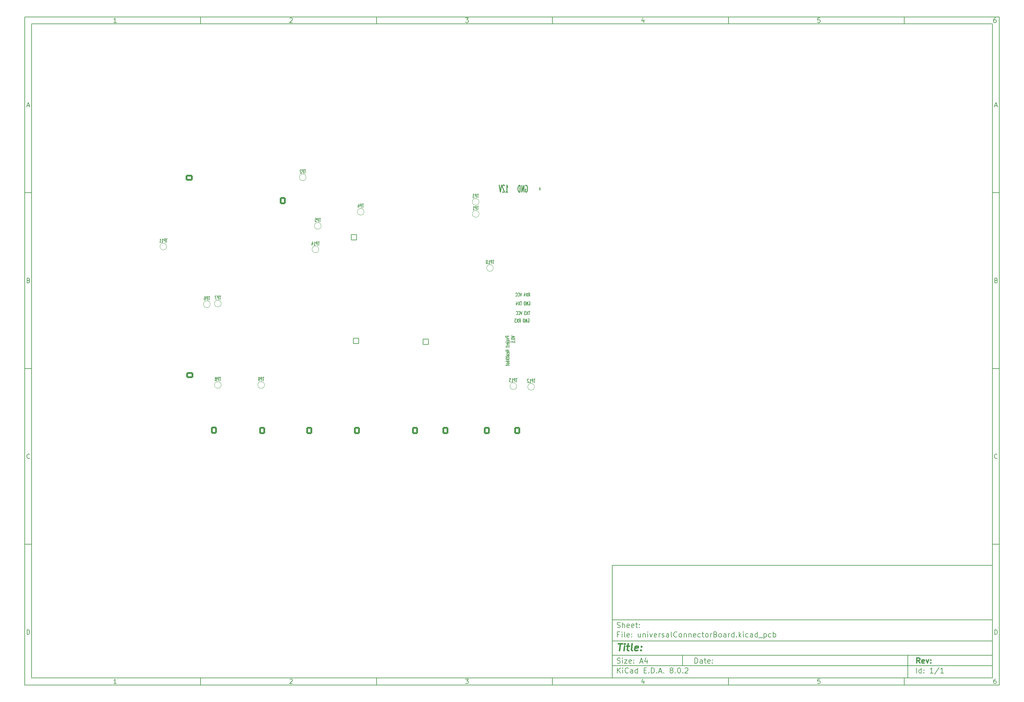
<source format=gbo>
G04 #@! TF.GenerationSoftware,KiCad,Pcbnew,8.0.2*
G04 #@! TF.CreationDate,2024-05-29T13:55:41+02:00*
G04 #@! TF.ProjectId,universalConnectorBoard,756e6976-6572-4736-916c-436f6e6e6563,rev?*
G04 #@! TF.SameCoordinates,Original*
G04 #@! TF.FileFunction,Legend,Bot*
G04 #@! TF.FilePolarity,Positive*
%FSLAX46Y46*%
G04 Gerber Fmt 4.6, Leading zero omitted, Abs format (unit mm)*
G04 Created by KiCad (PCBNEW 8.0.2) date 2024-05-29 13:55:41*
%MOMM*%
%LPD*%
G01*
G04 APERTURE LIST*
G04 Aperture macros list*
%AMRoundRect*
0 Rectangle with rounded corners*
0 $1 Rounding radius*
0 $2 $3 $4 $5 $6 $7 $8 $9 X,Y pos of 4 corners*
0 Add a 4 corners polygon primitive as box body*
4,1,4,$2,$3,$4,$5,$6,$7,$8,$9,$2,$3,0*
0 Add four circle primitives for the rounded corners*
1,1,$1+$1,$2,$3*
1,1,$1+$1,$4,$5*
1,1,$1+$1,$6,$7*
1,1,$1+$1,$8,$9*
0 Add four rect primitives between the rounded corners*
20,1,$1+$1,$2,$3,$4,$5,0*
20,1,$1+$1,$4,$5,$6,$7,0*
20,1,$1+$1,$6,$7,$8,$9,0*
20,1,$1+$1,$8,$9,$2,$3,0*%
G04 Aperture macros list end*
%ADD10C,0.100000*%
%ADD11C,0.150000*%
%ADD12C,0.300000*%
%ADD13C,0.400000*%
%ADD14C,0.153000*%
%ADD15C,0.250000*%
%ADD16C,0.120000*%
%ADD17RoundRect,0.250000X-0.725000X0.600000X-0.725000X-0.600000X0.725000X-0.600000X0.725000X0.600000X0*%
%ADD18O,1.950000X1.700000*%
%ADD19R,1.700000X1.700000*%
%ADD20O,1.700000X1.700000*%
%ADD21RoundRect,0.250000X-0.600000X-0.750000X0.600000X-0.750000X0.600000X0.750000X-0.600000X0.750000X0*%
%ADD22O,1.700000X2.000000*%
%ADD23C,1.280000*%
%ADD24O,1.800000X1.800000*%
%ADD25O,1.500000X1.500000*%
%ADD26RoundRect,0.250000X-0.600000X-0.725000X0.600000X-0.725000X0.600000X0.725000X-0.600000X0.725000X0*%
%ADD27O,1.700000X1.950000*%
%ADD28RoundRect,0.102000X-0.762000X-0.762000X0.762000X-0.762000X0.762000X0.762000X-0.762000X0.762000X0*%
%ADD29C,1.728000*%
%ADD30C,6.404000*%
%ADD31RoundRect,0.250000X0.600000X0.725000X-0.600000X0.725000X-0.600000X-0.725000X0.600000X-0.725000X0*%
%ADD32C,2.025000*%
%ADD33RoundRect,0.102000X-0.754000X-0.754000X0.754000X-0.754000X0.754000X0.754000X-0.754000X0.754000X0*%
%ADD34C,1.712000*%
%ADD35C,1.500000*%
G04 APERTURE END LIST*
D10*
D11*
X177002200Y-166007200D02*
X285002200Y-166007200D01*
X285002200Y-198007200D01*
X177002200Y-198007200D01*
X177002200Y-166007200D01*
D10*
D11*
X10000000Y-10000000D02*
X287002200Y-10000000D01*
X287002200Y-200007200D01*
X10000000Y-200007200D01*
X10000000Y-10000000D01*
D10*
D11*
X12000000Y-12000000D02*
X285002200Y-12000000D01*
X285002200Y-198007200D01*
X12000000Y-198007200D01*
X12000000Y-12000000D01*
D10*
D11*
X60000000Y-12000000D02*
X60000000Y-10000000D01*
D10*
D11*
X110000000Y-12000000D02*
X110000000Y-10000000D01*
D10*
D11*
X160000000Y-12000000D02*
X160000000Y-10000000D01*
D10*
D11*
X210000000Y-12000000D02*
X210000000Y-10000000D01*
D10*
D11*
X260000000Y-12000000D02*
X260000000Y-10000000D01*
D10*
D11*
X36089160Y-11593604D02*
X35346303Y-11593604D01*
X35717731Y-11593604D02*
X35717731Y-10293604D01*
X35717731Y-10293604D02*
X35593922Y-10479319D01*
X35593922Y-10479319D02*
X35470112Y-10603128D01*
X35470112Y-10603128D02*
X35346303Y-10665033D01*
D10*
D11*
X85346303Y-10417414D02*
X85408207Y-10355509D01*
X85408207Y-10355509D02*
X85532017Y-10293604D01*
X85532017Y-10293604D02*
X85841541Y-10293604D01*
X85841541Y-10293604D02*
X85965350Y-10355509D01*
X85965350Y-10355509D02*
X86027255Y-10417414D01*
X86027255Y-10417414D02*
X86089160Y-10541223D01*
X86089160Y-10541223D02*
X86089160Y-10665033D01*
X86089160Y-10665033D02*
X86027255Y-10850747D01*
X86027255Y-10850747D02*
X85284398Y-11593604D01*
X85284398Y-11593604D02*
X86089160Y-11593604D01*
D10*
D11*
X135284398Y-10293604D02*
X136089160Y-10293604D01*
X136089160Y-10293604D02*
X135655826Y-10788842D01*
X135655826Y-10788842D02*
X135841541Y-10788842D01*
X135841541Y-10788842D02*
X135965350Y-10850747D01*
X135965350Y-10850747D02*
X136027255Y-10912652D01*
X136027255Y-10912652D02*
X136089160Y-11036461D01*
X136089160Y-11036461D02*
X136089160Y-11345985D01*
X136089160Y-11345985D02*
X136027255Y-11469795D01*
X136027255Y-11469795D02*
X135965350Y-11531700D01*
X135965350Y-11531700D02*
X135841541Y-11593604D01*
X135841541Y-11593604D02*
X135470112Y-11593604D01*
X135470112Y-11593604D02*
X135346303Y-11531700D01*
X135346303Y-11531700D02*
X135284398Y-11469795D01*
D10*
D11*
X185965350Y-10726938D02*
X185965350Y-11593604D01*
X185655826Y-10231700D02*
X185346303Y-11160271D01*
X185346303Y-11160271D02*
X186151064Y-11160271D01*
D10*
D11*
X236027255Y-10293604D02*
X235408207Y-10293604D01*
X235408207Y-10293604D02*
X235346303Y-10912652D01*
X235346303Y-10912652D02*
X235408207Y-10850747D01*
X235408207Y-10850747D02*
X235532017Y-10788842D01*
X235532017Y-10788842D02*
X235841541Y-10788842D01*
X235841541Y-10788842D02*
X235965350Y-10850747D01*
X235965350Y-10850747D02*
X236027255Y-10912652D01*
X236027255Y-10912652D02*
X236089160Y-11036461D01*
X236089160Y-11036461D02*
X236089160Y-11345985D01*
X236089160Y-11345985D02*
X236027255Y-11469795D01*
X236027255Y-11469795D02*
X235965350Y-11531700D01*
X235965350Y-11531700D02*
X235841541Y-11593604D01*
X235841541Y-11593604D02*
X235532017Y-11593604D01*
X235532017Y-11593604D02*
X235408207Y-11531700D01*
X235408207Y-11531700D02*
X235346303Y-11469795D01*
D10*
D11*
X285965350Y-10293604D02*
X285717731Y-10293604D01*
X285717731Y-10293604D02*
X285593922Y-10355509D01*
X285593922Y-10355509D02*
X285532017Y-10417414D01*
X285532017Y-10417414D02*
X285408207Y-10603128D01*
X285408207Y-10603128D02*
X285346303Y-10850747D01*
X285346303Y-10850747D02*
X285346303Y-11345985D01*
X285346303Y-11345985D02*
X285408207Y-11469795D01*
X285408207Y-11469795D02*
X285470112Y-11531700D01*
X285470112Y-11531700D02*
X285593922Y-11593604D01*
X285593922Y-11593604D02*
X285841541Y-11593604D01*
X285841541Y-11593604D02*
X285965350Y-11531700D01*
X285965350Y-11531700D02*
X286027255Y-11469795D01*
X286027255Y-11469795D02*
X286089160Y-11345985D01*
X286089160Y-11345985D02*
X286089160Y-11036461D01*
X286089160Y-11036461D02*
X286027255Y-10912652D01*
X286027255Y-10912652D02*
X285965350Y-10850747D01*
X285965350Y-10850747D02*
X285841541Y-10788842D01*
X285841541Y-10788842D02*
X285593922Y-10788842D01*
X285593922Y-10788842D02*
X285470112Y-10850747D01*
X285470112Y-10850747D02*
X285408207Y-10912652D01*
X285408207Y-10912652D02*
X285346303Y-11036461D01*
D10*
D11*
X60000000Y-198007200D02*
X60000000Y-200007200D01*
D10*
D11*
X110000000Y-198007200D02*
X110000000Y-200007200D01*
D10*
D11*
X160000000Y-198007200D02*
X160000000Y-200007200D01*
D10*
D11*
X210000000Y-198007200D02*
X210000000Y-200007200D01*
D10*
D11*
X260000000Y-198007200D02*
X260000000Y-200007200D01*
D10*
D11*
X36089160Y-199600804D02*
X35346303Y-199600804D01*
X35717731Y-199600804D02*
X35717731Y-198300804D01*
X35717731Y-198300804D02*
X35593922Y-198486519D01*
X35593922Y-198486519D02*
X35470112Y-198610328D01*
X35470112Y-198610328D02*
X35346303Y-198672233D01*
D10*
D11*
X85346303Y-198424614D02*
X85408207Y-198362709D01*
X85408207Y-198362709D02*
X85532017Y-198300804D01*
X85532017Y-198300804D02*
X85841541Y-198300804D01*
X85841541Y-198300804D02*
X85965350Y-198362709D01*
X85965350Y-198362709D02*
X86027255Y-198424614D01*
X86027255Y-198424614D02*
X86089160Y-198548423D01*
X86089160Y-198548423D02*
X86089160Y-198672233D01*
X86089160Y-198672233D02*
X86027255Y-198857947D01*
X86027255Y-198857947D02*
X85284398Y-199600804D01*
X85284398Y-199600804D02*
X86089160Y-199600804D01*
D10*
D11*
X135284398Y-198300804D02*
X136089160Y-198300804D01*
X136089160Y-198300804D02*
X135655826Y-198796042D01*
X135655826Y-198796042D02*
X135841541Y-198796042D01*
X135841541Y-198796042D02*
X135965350Y-198857947D01*
X135965350Y-198857947D02*
X136027255Y-198919852D01*
X136027255Y-198919852D02*
X136089160Y-199043661D01*
X136089160Y-199043661D02*
X136089160Y-199353185D01*
X136089160Y-199353185D02*
X136027255Y-199476995D01*
X136027255Y-199476995D02*
X135965350Y-199538900D01*
X135965350Y-199538900D02*
X135841541Y-199600804D01*
X135841541Y-199600804D02*
X135470112Y-199600804D01*
X135470112Y-199600804D02*
X135346303Y-199538900D01*
X135346303Y-199538900D02*
X135284398Y-199476995D01*
D10*
D11*
X185965350Y-198734138D02*
X185965350Y-199600804D01*
X185655826Y-198238900D02*
X185346303Y-199167471D01*
X185346303Y-199167471D02*
X186151064Y-199167471D01*
D10*
D11*
X236027255Y-198300804D02*
X235408207Y-198300804D01*
X235408207Y-198300804D02*
X235346303Y-198919852D01*
X235346303Y-198919852D02*
X235408207Y-198857947D01*
X235408207Y-198857947D02*
X235532017Y-198796042D01*
X235532017Y-198796042D02*
X235841541Y-198796042D01*
X235841541Y-198796042D02*
X235965350Y-198857947D01*
X235965350Y-198857947D02*
X236027255Y-198919852D01*
X236027255Y-198919852D02*
X236089160Y-199043661D01*
X236089160Y-199043661D02*
X236089160Y-199353185D01*
X236089160Y-199353185D02*
X236027255Y-199476995D01*
X236027255Y-199476995D02*
X235965350Y-199538900D01*
X235965350Y-199538900D02*
X235841541Y-199600804D01*
X235841541Y-199600804D02*
X235532017Y-199600804D01*
X235532017Y-199600804D02*
X235408207Y-199538900D01*
X235408207Y-199538900D02*
X235346303Y-199476995D01*
D10*
D11*
X285965350Y-198300804D02*
X285717731Y-198300804D01*
X285717731Y-198300804D02*
X285593922Y-198362709D01*
X285593922Y-198362709D02*
X285532017Y-198424614D01*
X285532017Y-198424614D02*
X285408207Y-198610328D01*
X285408207Y-198610328D02*
X285346303Y-198857947D01*
X285346303Y-198857947D02*
X285346303Y-199353185D01*
X285346303Y-199353185D02*
X285408207Y-199476995D01*
X285408207Y-199476995D02*
X285470112Y-199538900D01*
X285470112Y-199538900D02*
X285593922Y-199600804D01*
X285593922Y-199600804D02*
X285841541Y-199600804D01*
X285841541Y-199600804D02*
X285965350Y-199538900D01*
X285965350Y-199538900D02*
X286027255Y-199476995D01*
X286027255Y-199476995D02*
X286089160Y-199353185D01*
X286089160Y-199353185D02*
X286089160Y-199043661D01*
X286089160Y-199043661D02*
X286027255Y-198919852D01*
X286027255Y-198919852D02*
X285965350Y-198857947D01*
X285965350Y-198857947D02*
X285841541Y-198796042D01*
X285841541Y-198796042D02*
X285593922Y-198796042D01*
X285593922Y-198796042D02*
X285470112Y-198857947D01*
X285470112Y-198857947D02*
X285408207Y-198919852D01*
X285408207Y-198919852D02*
X285346303Y-199043661D01*
D10*
D11*
X10000000Y-60000000D02*
X12000000Y-60000000D01*
D10*
D11*
X10000000Y-110000000D02*
X12000000Y-110000000D01*
D10*
D11*
X10000000Y-160000000D02*
X12000000Y-160000000D01*
D10*
D11*
X10690476Y-35222176D02*
X11309523Y-35222176D01*
X10566666Y-35593604D02*
X10999999Y-34293604D01*
X10999999Y-34293604D02*
X11433333Y-35593604D01*
D10*
D11*
X11092857Y-84912652D02*
X11278571Y-84974557D01*
X11278571Y-84974557D02*
X11340476Y-85036461D01*
X11340476Y-85036461D02*
X11402380Y-85160271D01*
X11402380Y-85160271D02*
X11402380Y-85345985D01*
X11402380Y-85345985D02*
X11340476Y-85469795D01*
X11340476Y-85469795D02*
X11278571Y-85531700D01*
X11278571Y-85531700D02*
X11154761Y-85593604D01*
X11154761Y-85593604D02*
X10659523Y-85593604D01*
X10659523Y-85593604D02*
X10659523Y-84293604D01*
X10659523Y-84293604D02*
X11092857Y-84293604D01*
X11092857Y-84293604D02*
X11216666Y-84355509D01*
X11216666Y-84355509D02*
X11278571Y-84417414D01*
X11278571Y-84417414D02*
X11340476Y-84541223D01*
X11340476Y-84541223D02*
X11340476Y-84665033D01*
X11340476Y-84665033D02*
X11278571Y-84788842D01*
X11278571Y-84788842D02*
X11216666Y-84850747D01*
X11216666Y-84850747D02*
X11092857Y-84912652D01*
X11092857Y-84912652D02*
X10659523Y-84912652D01*
D10*
D11*
X11402380Y-135469795D02*
X11340476Y-135531700D01*
X11340476Y-135531700D02*
X11154761Y-135593604D01*
X11154761Y-135593604D02*
X11030952Y-135593604D01*
X11030952Y-135593604D02*
X10845238Y-135531700D01*
X10845238Y-135531700D02*
X10721428Y-135407890D01*
X10721428Y-135407890D02*
X10659523Y-135284080D01*
X10659523Y-135284080D02*
X10597619Y-135036461D01*
X10597619Y-135036461D02*
X10597619Y-134850747D01*
X10597619Y-134850747D02*
X10659523Y-134603128D01*
X10659523Y-134603128D02*
X10721428Y-134479319D01*
X10721428Y-134479319D02*
X10845238Y-134355509D01*
X10845238Y-134355509D02*
X11030952Y-134293604D01*
X11030952Y-134293604D02*
X11154761Y-134293604D01*
X11154761Y-134293604D02*
X11340476Y-134355509D01*
X11340476Y-134355509D02*
X11402380Y-134417414D01*
D10*
D11*
X10659523Y-185593604D02*
X10659523Y-184293604D01*
X10659523Y-184293604D02*
X10969047Y-184293604D01*
X10969047Y-184293604D02*
X11154761Y-184355509D01*
X11154761Y-184355509D02*
X11278571Y-184479319D01*
X11278571Y-184479319D02*
X11340476Y-184603128D01*
X11340476Y-184603128D02*
X11402380Y-184850747D01*
X11402380Y-184850747D02*
X11402380Y-185036461D01*
X11402380Y-185036461D02*
X11340476Y-185284080D01*
X11340476Y-185284080D02*
X11278571Y-185407890D01*
X11278571Y-185407890D02*
X11154761Y-185531700D01*
X11154761Y-185531700D02*
X10969047Y-185593604D01*
X10969047Y-185593604D02*
X10659523Y-185593604D01*
D10*
D11*
X287002200Y-60000000D02*
X285002200Y-60000000D01*
D10*
D11*
X287002200Y-110000000D02*
X285002200Y-110000000D01*
D10*
D11*
X287002200Y-160000000D02*
X285002200Y-160000000D01*
D10*
D11*
X285692676Y-35222176D02*
X286311723Y-35222176D01*
X285568866Y-35593604D02*
X286002199Y-34293604D01*
X286002199Y-34293604D02*
X286435533Y-35593604D01*
D10*
D11*
X286095057Y-84912652D02*
X286280771Y-84974557D01*
X286280771Y-84974557D02*
X286342676Y-85036461D01*
X286342676Y-85036461D02*
X286404580Y-85160271D01*
X286404580Y-85160271D02*
X286404580Y-85345985D01*
X286404580Y-85345985D02*
X286342676Y-85469795D01*
X286342676Y-85469795D02*
X286280771Y-85531700D01*
X286280771Y-85531700D02*
X286156961Y-85593604D01*
X286156961Y-85593604D02*
X285661723Y-85593604D01*
X285661723Y-85593604D02*
X285661723Y-84293604D01*
X285661723Y-84293604D02*
X286095057Y-84293604D01*
X286095057Y-84293604D02*
X286218866Y-84355509D01*
X286218866Y-84355509D02*
X286280771Y-84417414D01*
X286280771Y-84417414D02*
X286342676Y-84541223D01*
X286342676Y-84541223D02*
X286342676Y-84665033D01*
X286342676Y-84665033D02*
X286280771Y-84788842D01*
X286280771Y-84788842D02*
X286218866Y-84850747D01*
X286218866Y-84850747D02*
X286095057Y-84912652D01*
X286095057Y-84912652D02*
X285661723Y-84912652D01*
D10*
D11*
X286404580Y-135469795D02*
X286342676Y-135531700D01*
X286342676Y-135531700D02*
X286156961Y-135593604D01*
X286156961Y-135593604D02*
X286033152Y-135593604D01*
X286033152Y-135593604D02*
X285847438Y-135531700D01*
X285847438Y-135531700D02*
X285723628Y-135407890D01*
X285723628Y-135407890D02*
X285661723Y-135284080D01*
X285661723Y-135284080D02*
X285599819Y-135036461D01*
X285599819Y-135036461D02*
X285599819Y-134850747D01*
X285599819Y-134850747D02*
X285661723Y-134603128D01*
X285661723Y-134603128D02*
X285723628Y-134479319D01*
X285723628Y-134479319D02*
X285847438Y-134355509D01*
X285847438Y-134355509D02*
X286033152Y-134293604D01*
X286033152Y-134293604D02*
X286156961Y-134293604D01*
X286156961Y-134293604D02*
X286342676Y-134355509D01*
X286342676Y-134355509D02*
X286404580Y-134417414D01*
D10*
D11*
X285661723Y-185593604D02*
X285661723Y-184293604D01*
X285661723Y-184293604D02*
X285971247Y-184293604D01*
X285971247Y-184293604D02*
X286156961Y-184355509D01*
X286156961Y-184355509D02*
X286280771Y-184479319D01*
X286280771Y-184479319D02*
X286342676Y-184603128D01*
X286342676Y-184603128D02*
X286404580Y-184850747D01*
X286404580Y-184850747D02*
X286404580Y-185036461D01*
X286404580Y-185036461D02*
X286342676Y-185284080D01*
X286342676Y-185284080D02*
X286280771Y-185407890D01*
X286280771Y-185407890D02*
X286156961Y-185531700D01*
X286156961Y-185531700D02*
X285971247Y-185593604D01*
X285971247Y-185593604D02*
X285661723Y-185593604D01*
D10*
D11*
X200458026Y-193793328D02*
X200458026Y-192293328D01*
X200458026Y-192293328D02*
X200815169Y-192293328D01*
X200815169Y-192293328D02*
X201029455Y-192364757D01*
X201029455Y-192364757D02*
X201172312Y-192507614D01*
X201172312Y-192507614D02*
X201243741Y-192650471D01*
X201243741Y-192650471D02*
X201315169Y-192936185D01*
X201315169Y-192936185D02*
X201315169Y-193150471D01*
X201315169Y-193150471D02*
X201243741Y-193436185D01*
X201243741Y-193436185D02*
X201172312Y-193579042D01*
X201172312Y-193579042D02*
X201029455Y-193721900D01*
X201029455Y-193721900D02*
X200815169Y-193793328D01*
X200815169Y-193793328D02*
X200458026Y-193793328D01*
X202600884Y-193793328D02*
X202600884Y-193007614D01*
X202600884Y-193007614D02*
X202529455Y-192864757D01*
X202529455Y-192864757D02*
X202386598Y-192793328D01*
X202386598Y-192793328D02*
X202100884Y-192793328D01*
X202100884Y-192793328D02*
X201958026Y-192864757D01*
X202600884Y-193721900D02*
X202458026Y-193793328D01*
X202458026Y-193793328D02*
X202100884Y-193793328D01*
X202100884Y-193793328D02*
X201958026Y-193721900D01*
X201958026Y-193721900D02*
X201886598Y-193579042D01*
X201886598Y-193579042D02*
X201886598Y-193436185D01*
X201886598Y-193436185D02*
X201958026Y-193293328D01*
X201958026Y-193293328D02*
X202100884Y-193221900D01*
X202100884Y-193221900D02*
X202458026Y-193221900D01*
X202458026Y-193221900D02*
X202600884Y-193150471D01*
X203100884Y-192793328D02*
X203672312Y-192793328D01*
X203315169Y-192293328D02*
X203315169Y-193579042D01*
X203315169Y-193579042D02*
X203386598Y-193721900D01*
X203386598Y-193721900D02*
X203529455Y-193793328D01*
X203529455Y-193793328D02*
X203672312Y-193793328D01*
X204743741Y-193721900D02*
X204600884Y-193793328D01*
X204600884Y-193793328D02*
X204315170Y-193793328D01*
X204315170Y-193793328D02*
X204172312Y-193721900D01*
X204172312Y-193721900D02*
X204100884Y-193579042D01*
X204100884Y-193579042D02*
X204100884Y-193007614D01*
X204100884Y-193007614D02*
X204172312Y-192864757D01*
X204172312Y-192864757D02*
X204315170Y-192793328D01*
X204315170Y-192793328D02*
X204600884Y-192793328D01*
X204600884Y-192793328D02*
X204743741Y-192864757D01*
X204743741Y-192864757D02*
X204815170Y-193007614D01*
X204815170Y-193007614D02*
X204815170Y-193150471D01*
X204815170Y-193150471D02*
X204100884Y-193293328D01*
X205458026Y-193650471D02*
X205529455Y-193721900D01*
X205529455Y-193721900D02*
X205458026Y-193793328D01*
X205458026Y-193793328D02*
X205386598Y-193721900D01*
X205386598Y-193721900D02*
X205458026Y-193650471D01*
X205458026Y-193650471D02*
X205458026Y-193793328D01*
X205458026Y-192864757D02*
X205529455Y-192936185D01*
X205529455Y-192936185D02*
X205458026Y-193007614D01*
X205458026Y-193007614D02*
X205386598Y-192936185D01*
X205386598Y-192936185D02*
X205458026Y-192864757D01*
X205458026Y-192864757D02*
X205458026Y-193007614D01*
D10*
D11*
X177002200Y-194507200D02*
X285002200Y-194507200D01*
D10*
D11*
X178458026Y-196593328D02*
X178458026Y-195093328D01*
X179315169Y-196593328D02*
X178672312Y-195736185D01*
X179315169Y-195093328D02*
X178458026Y-195950471D01*
X179958026Y-196593328D02*
X179958026Y-195593328D01*
X179958026Y-195093328D02*
X179886598Y-195164757D01*
X179886598Y-195164757D02*
X179958026Y-195236185D01*
X179958026Y-195236185D02*
X180029455Y-195164757D01*
X180029455Y-195164757D02*
X179958026Y-195093328D01*
X179958026Y-195093328D02*
X179958026Y-195236185D01*
X181529455Y-196450471D02*
X181458027Y-196521900D01*
X181458027Y-196521900D02*
X181243741Y-196593328D01*
X181243741Y-196593328D02*
X181100884Y-196593328D01*
X181100884Y-196593328D02*
X180886598Y-196521900D01*
X180886598Y-196521900D02*
X180743741Y-196379042D01*
X180743741Y-196379042D02*
X180672312Y-196236185D01*
X180672312Y-196236185D02*
X180600884Y-195950471D01*
X180600884Y-195950471D02*
X180600884Y-195736185D01*
X180600884Y-195736185D02*
X180672312Y-195450471D01*
X180672312Y-195450471D02*
X180743741Y-195307614D01*
X180743741Y-195307614D02*
X180886598Y-195164757D01*
X180886598Y-195164757D02*
X181100884Y-195093328D01*
X181100884Y-195093328D02*
X181243741Y-195093328D01*
X181243741Y-195093328D02*
X181458027Y-195164757D01*
X181458027Y-195164757D02*
X181529455Y-195236185D01*
X182815170Y-196593328D02*
X182815170Y-195807614D01*
X182815170Y-195807614D02*
X182743741Y-195664757D01*
X182743741Y-195664757D02*
X182600884Y-195593328D01*
X182600884Y-195593328D02*
X182315170Y-195593328D01*
X182315170Y-195593328D02*
X182172312Y-195664757D01*
X182815170Y-196521900D02*
X182672312Y-196593328D01*
X182672312Y-196593328D02*
X182315170Y-196593328D01*
X182315170Y-196593328D02*
X182172312Y-196521900D01*
X182172312Y-196521900D02*
X182100884Y-196379042D01*
X182100884Y-196379042D02*
X182100884Y-196236185D01*
X182100884Y-196236185D02*
X182172312Y-196093328D01*
X182172312Y-196093328D02*
X182315170Y-196021900D01*
X182315170Y-196021900D02*
X182672312Y-196021900D01*
X182672312Y-196021900D02*
X182815170Y-195950471D01*
X184172313Y-196593328D02*
X184172313Y-195093328D01*
X184172313Y-196521900D02*
X184029455Y-196593328D01*
X184029455Y-196593328D02*
X183743741Y-196593328D01*
X183743741Y-196593328D02*
X183600884Y-196521900D01*
X183600884Y-196521900D02*
X183529455Y-196450471D01*
X183529455Y-196450471D02*
X183458027Y-196307614D01*
X183458027Y-196307614D02*
X183458027Y-195879042D01*
X183458027Y-195879042D02*
X183529455Y-195736185D01*
X183529455Y-195736185D02*
X183600884Y-195664757D01*
X183600884Y-195664757D02*
X183743741Y-195593328D01*
X183743741Y-195593328D02*
X184029455Y-195593328D01*
X184029455Y-195593328D02*
X184172313Y-195664757D01*
X186029455Y-195807614D02*
X186529455Y-195807614D01*
X186743741Y-196593328D02*
X186029455Y-196593328D01*
X186029455Y-196593328D02*
X186029455Y-195093328D01*
X186029455Y-195093328D02*
X186743741Y-195093328D01*
X187386598Y-196450471D02*
X187458027Y-196521900D01*
X187458027Y-196521900D02*
X187386598Y-196593328D01*
X187386598Y-196593328D02*
X187315170Y-196521900D01*
X187315170Y-196521900D02*
X187386598Y-196450471D01*
X187386598Y-196450471D02*
X187386598Y-196593328D01*
X188100884Y-196593328D02*
X188100884Y-195093328D01*
X188100884Y-195093328D02*
X188458027Y-195093328D01*
X188458027Y-195093328D02*
X188672313Y-195164757D01*
X188672313Y-195164757D02*
X188815170Y-195307614D01*
X188815170Y-195307614D02*
X188886599Y-195450471D01*
X188886599Y-195450471D02*
X188958027Y-195736185D01*
X188958027Y-195736185D02*
X188958027Y-195950471D01*
X188958027Y-195950471D02*
X188886599Y-196236185D01*
X188886599Y-196236185D02*
X188815170Y-196379042D01*
X188815170Y-196379042D02*
X188672313Y-196521900D01*
X188672313Y-196521900D02*
X188458027Y-196593328D01*
X188458027Y-196593328D02*
X188100884Y-196593328D01*
X189600884Y-196450471D02*
X189672313Y-196521900D01*
X189672313Y-196521900D02*
X189600884Y-196593328D01*
X189600884Y-196593328D02*
X189529456Y-196521900D01*
X189529456Y-196521900D02*
X189600884Y-196450471D01*
X189600884Y-196450471D02*
X189600884Y-196593328D01*
X190243742Y-196164757D02*
X190958028Y-196164757D01*
X190100885Y-196593328D02*
X190600885Y-195093328D01*
X190600885Y-195093328D02*
X191100885Y-196593328D01*
X191600884Y-196450471D02*
X191672313Y-196521900D01*
X191672313Y-196521900D02*
X191600884Y-196593328D01*
X191600884Y-196593328D02*
X191529456Y-196521900D01*
X191529456Y-196521900D02*
X191600884Y-196450471D01*
X191600884Y-196450471D02*
X191600884Y-196593328D01*
X193672313Y-195736185D02*
X193529456Y-195664757D01*
X193529456Y-195664757D02*
X193458027Y-195593328D01*
X193458027Y-195593328D02*
X193386599Y-195450471D01*
X193386599Y-195450471D02*
X193386599Y-195379042D01*
X193386599Y-195379042D02*
X193458027Y-195236185D01*
X193458027Y-195236185D02*
X193529456Y-195164757D01*
X193529456Y-195164757D02*
X193672313Y-195093328D01*
X193672313Y-195093328D02*
X193958027Y-195093328D01*
X193958027Y-195093328D02*
X194100885Y-195164757D01*
X194100885Y-195164757D02*
X194172313Y-195236185D01*
X194172313Y-195236185D02*
X194243742Y-195379042D01*
X194243742Y-195379042D02*
X194243742Y-195450471D01*
X194243742Y-195450471D02*
X194172313Y-195593328D01*
X194172313Y-195593328D02*
X194100885Y-195664757D01*
X194100885Y-195664757D02*
X193958027Y-195736185D01*
X193958027Y-195736185D02*
X193672313Y-195736185D01*
X193672313Y-195736185D02*
X193529456Y-195807614D01*
X193529456Y-195807614D02*
X193458027Y-195879042D01*
X193458027Y-195879042D02*
X193386599Y-196021900D01*
X193386599Y-196021900D02*
X193386599Y-196307614D01*
X193386599Y-196307614D02*
X193458027Y-196450471D01*
X193458027Y-196450471D02*
X193529456Y-196521900D01*
X193529456Y-196521900D02*
X193672313Y-196593328D01*
X193672313Y-196593328D02*
X193958027Y-196593328D01*
X193958027Y-196593328D02*
X194100885Y-196521900D01*
X194100885Y-196521900D02*
X194172313Y-196450471D01*
X194172313Y-196450471D02*
X194243742Y-196307614D01*
X194243742Y-196307614D02*
X194243742Y-196021900D01*
X194243742Y-196021900D02*
X194172313Y-195879042D01*
X194172313Y-195879042D02*
X194100885Y-195807614D01*
X194100885Y-195807614D02*
X193958027Y-195736185D01*
X194886598Y-196450471D02*
X194958027Y-196521900D01*
X194958027Y-196521900D02*
X194886598Y-196593328D01*
X194886598Y-196593328D02*
X194815170Y-196521900D01*
X194815170Y-196521900D02*
X194886598Y-196450471D01*
X194886598Y-196450471D02*
X194886598Y-196593328D01*
X195886599Y-195093328D02*
X196029456Y-195093328D01*
X196029456Y-195093328D02*
X196172313Y-195164757D01*
X196172313Y-195164757D02*
X196243742Y-195236185D01*
X196243742Y-195236185D02*
X196315170Y-195379042D01*
X196315170Y-195379042D02*
X196386599Y-195664757D01*
X196386599Y-195664757D02*
X196386599Y-196021900D01*
X196386599Y-196021900D02*
X196315170Y-196307614D01*
X196315170Y-196307614D02*
X196243742Y-196450471D01*
X196243742Y-196450471D02*
X196172313Y-196521900D01*
X196172313Y-196521900D02*
X196029456Y-196593328D01*
X196029456Y-196593328D02*
X195886599Y-196593328D01*
X195886599Y-196593328D02*
X195743742Y-196521900D01*
X195743742Y-196521900D02*
X195672313Y-196450471D01*
X195672313Y-196450471D02*
X195600884Y-196307614D01*
X195600884Y-196307614D02*
X195529456Y-196021900D01*
X195529456Y-196021900D02*
X195529456Y-195664757D01*
X195529456Y-195664757D02*
X195600884Y-195379042D01*
X195600884Y-195379042D02*
X195672313Y-195236185D01*
X195672313Y-195236185D02*
X195743742Y-195164757D01*
X195743742Y-195164757D02*
X195886599Y-195093328D01*
X197029455Y-196450471D02*
X197100884Y-196521900D01*
X197100884Y-196521900D02*
X197029455Y-196593328D01*
X197029455Y-196593328D02*
X196958027Y-196521900D01*
X196958027Y-196521900D02*
X197029455Y-196450471D01*
X197029455Y-196450471D02*
X197029455Y-196593328D01*
X197672313Y-195236185D02*
X197743741Y-195164757D01*
X197743741Y-195164757D02*
X197886599Y-195093328D01*
X197886599Y-195093328D02*
X198243741Y-195093328D01*
X198243741Y-195093328D02*
X198386599Y-195164757D01*
X198386599Y-195164757D02*
X198458027Y-195236185D01*
X198458027Y-195236185D02*
X198529456Y-195379042D01*
X198529456Y-195379042D02*
X198529456Y-195521900D01*
X198529456Y-195521900D02*
X198458027Y-195736185D01*
X198458027Y-195736185D02*
X197600884Y-196593328D01*
X197600884Y-196593328D02*
X198529456Y-196593328D01*
D10*
D11*
X177002200Y-191507200D02*
X285002200Y-191507200D01*
D10*
D12*
X264413853Y-193785528D02*
X263913853Y-193071242D01*
X263556710Y-193785528D02*
X263556710Y-192285528D01*
X263556710Y-192285528D02*
X264128139Y-192285528D01*
X264128139Y-192285528D02*
X264270996Y-192356957D01*
X264270996Y-192356957D02*
X264342425Y-192428385D01*
X264342425Y-192428385D02*
X264413853Y-192571242D01*
X264413853Y-192571242D02*
X264413853Y-192785528D01*
X264413853Y-192785528D02*
X264342425Y-192928385D01*
X264342425Y-192928385D02*
X264270996Y-192999814D01*
X264270996Y-192999814D02*
X264128139Y-193071242D01*
X264128139Y-193071242D02*
X263556710Y-193071242D01*
X265628139Y-193714100D02*
X265485282Y-193785528D01*
X265485282Y-193785528D02*
X265199568Y-193785528D01*
X265199568Y-193785528D02*
X265056710Y-193714100D01*
X265056710Y-193714100D02*
X264985282Y-193571242D01*
X264985282Y-193571242D02*
X264985282Y-192999814D01*
X264985282Y-192999814D02*
X265056710Y-192856957D01*
X265056710Y-192856957D02*
X265199568Y-192785528D01*
X265199568Y-192785528D02*
X265485282Y-192785528D01*
X265485282Y-192785528D02*
X265628139Y-192856957D01*
X265628139Y-192856957D02*
X265699568Y-192999814D01*
X265699568Y-192999814D02*
X265699568Y-193142671D01*
X265699568Y-193142671D02*
X264985282Y-193285528D01*
X266199567Y-192785528D02*
X266556710Y-193785528D01*
X266556710Y-193785528D02*
X266913853Y-192785528D01*
X267485281Y-193642671D02*
X267556710Y-193714100D01*
X267556710Y-193714100D02*
X267485281Y-193785528D01*
X267485281Y-193785528D02*
X267413853Y-193714100D01*
X267413853Y-193714100D02*
X267485281Y-193642671D01*
X267485281Y-193642671D02*
X267485281Y-193785528D01*
X267485281Y-192856957D02*
X267556710Y-192928385D01*
X267556710Y-192928385D02*
X267485281Y-192999814D01*
X267485281Y-192999814D02*
X267413853Y-192928385D01*
X267413853Y-192928385D02*
X267485281Y-192856957D01*
X267485281Y-192856957D02*
X267485281Y-192999814D01*
D10*
D11*
X178386598Y-193721900D02*
X178600884Y-193793328D01*
X178600884Y-193793328D02*
X178958026Y-193793328D01*
X178958026Y-193793328D02*
X179100884Y-193721900D01*
X179100884Y-193721900D02*
X179172312Y-193650471D01*
X179172312Y-193650471D02*
X179243741Y-193507614D01*
X179243741Y-193507614D02*
X179243741Y-193364757D01*
X179243741Y-193364757D02*
X179172312Y-193221900D01*
X179172312Y-193221900D02*
X179100884Y-193150471D01*
X179100884Y-193150471D02*
X178958026Y-193079042D01*
X178958026Y-193079042D02*
X178672312Y-193007614D01*
X178672312Y-193007614D02*
X178529455Y-192936185D01*
X178529455Y-192936185D02*
X178458026Y-192864757D01*
X178458026Y-192864757D02*
X178386598Y-192721900D01*
X178386598Y-192721900D02*
X178386598Y-192579042D01*
X178386598Y-192579042D02*
X178458026Y-192436185D01*
X178458026Y-192436185D02*
X178529455Y-192364757D01*
X178529455Y-192364757D02*
X178672312Y-192293328D01*
X178672312Y-192293328D02*
X179029455Y-192293328D01*
X179029455Y-192293328D02*
X179243741Y-192364757D01*
X179886597Y-193793328D02*
X179886597Y-192793328D01*
X179886597Y-192293328D02*
X179815169Y-192364757D01*
X179815169Y-192364757D02*
X179886597Y-192436185D01*
X179886597Y-192436185D02*
X179958026Y-192364757D01*
X179958026Y-192364757D02*
X179886597Y-192293328D01*
X179886597Y-192293328D02*
X179886597Y-192436185D01*
X180458026Y-192793328D02*
X181243741Y-192793328D01*
X181243741Y-192793328D02*
X180458026Y-193793328D01*
X180458026Y-193793328D02*
X181243741Y-193793328D01*
X182386598Y-193721900D02*
X182243741Y-193793328D01*
X182243741Y-193793328D02*
X181958027Y-193793328D01*
X181958027Y-193793328D02*
X181815169Y-193721900D01*
X181815169Y-193721900D02*
X181743741Y-193579042D01*
X181743741Y-193579042D02*
X181743741Y-193007614D01*
X181743741Y-193007614D02*
X181815169Y-192864757D01*
X181815169Y-192864757D02*
X181958027Y-192793328D01*
X181958027Y-192793328D02*
X182243741Y-192793328D01*
X182243741Y-192793328D02*
X182386598Y-192864757D01*
X182386598Y-192864757D02*
X182458027Y-193007614D01*
X182458027Y-193007614D02*
X182458027Y-193150471D01*
X182458027Y-193150471D02*
X181743741Y-193293328D01*
X183100883Y-193650471D02*
X183172312Y-193721900D01*
X183172312Y-193721900D02*
X183100883Y-193793328D01*
X183100883Y-193793328D02*
X183029455Y-193721900D01*
X183029455Y-193721900D02*
X183100883Y-193650471D01*
X183100883Y-193650471D02*
X183100883Y-193793328D01*
X183100883Y-192864757D02*
X183172312Y-192936185D01*
X183172312Y-192936185D02*
X183100883Y-193007614D01*
X183100883Y-193007614D02*
X183029455Y-192936185D01*
X183029455Y-192936185D02*
X183100883Y-192864757D01*
X183100883Y-192864757D02*
X183100883Y-193007614D01*
X184886598Y-193364757D02*
X185600884Y-193364757D01*
X184743741Y-193793328D02*
X185243741Y-192293328D01*
X185243741Y-192293328D02*
X185743741Y-193793328D01*
X186886598Y-192793328D02*
X186886598Y-193793328D01*
X186529455Y-192221900D02*
X186172312Y-193293328D01*
X186172312Y-193293328D02*
X187100883Y-193293328D01*
D10*
D11*
X263458026Y-196593328D02*
X263458026Y-195093328D01*
X264815170Y-196593328D02*
X264815170Y-195093328D01*
X264815170Y-196521900D02*
X264672312Y-196593328D01*
X264672312Y-196593328D02*
X264386598Y-196593328D01*
X264386598Y-196593328D02*
X264243741Y-196521900D01*
X264243741Y-196521900D02*
X264172312Y-196450471D01*
X264172312Y-196450471D02*
X264100884Y-196307614D01*
X264100884Y-196307614D02*
X264100884Y-195879042D01*
X264100884Y-195879042D02*
X264172312Y-195736185D01*
X264172312Y-195736185D02*
X264243741Y-195664757D01*
X264243741Y-195664757D02*
X264386598Y-195593328D01*
X264386598Y-195593328D02*
X264672312Y-195593328D01*
X264672312Y-195593328D02*
X264815170Y-195664757D01*
X265529455Y-196450471D02*
X265600884Y-196521900D01*
X265600884Y-196521900D02*
X265529455Y-196593328D01*
X265529455Y-196593328D02*
X265458027Y-196521900D01*
X265458027Y-196521900D02*
X265529455Y-196450471D01*
X265529455Y-196450471D02*
X265529455Y-196593328D01*
X265529455Y-195664757D02*
X265600884Y-195736185D01*
X265600884Y-195736185D02*
X265529455Y-195807614D01*
X265529455Y-195807614D02*
X265458027Y-195736185D01*
X265458027Y-195736185D02*
X265529455Y-195664757D01*
X265529455Y-195664757D02*
X265529455Y-195807614D01*
X268172313Y-196593328D02*
X267315170Y-196593328D01*
X267743741Y-196593328D02*
X267743741Y-195093328D01*
X267743741Y-195093328D02*
X267600884Y-195307614D01*
X267600884Y-195307614D02*
X267458027Y-195450471D01*
X267458027Y-195450471D02*
X267315170Y-195521900D01*
X269886598Y-195021900D02*
X268600884Y-196950471D01*
X271172313Y-196593328D02*
X270315170Y-196593328D01*
X270743741Y-196593328D02*
X270743741Y-195093328D01*
X270743741Y-195093328D02*
X270600884Y-195307614D01*
X270600884Y-195307614D02*
X270458027Y-195450471D01*
X270458027Y-195450471D02*
X270315170Y-195521900D01*
D10*
D11*
X177002200Y-187507200D02*
X285002200Y-187507200D01*
D10*
D13*
X178693928Y-188211638D02*
X179836785Y-188211638D01*
X179015357Y-190211638D02*
X179265357Y-188211638D01*
X180253452Y-190211638D02*
X180420119Y-188878304D01*
X180503452Y-188211638D02*
X180396309Y-188306876D01*
X180396309Y-188306876D02*
X180479643Y-188402114D01*
X180479643Y-188402114D02*
X180586786Y-188306876D01*
X180586786Y-188306876D02*
X180503452Y-188211638D01*
X180503452Y-188211638D02*
X180479643Y-188402114D01*
X181086786Y-188878304D02*
X181848690Y-188878304D01*
X181455833Y-188211638D02*
X181241548Y-189925923D01*
X181241548Y-189925923D02*
X181312976Y-190116400D01*
X181312976Y-190116400D02*
X181491548Y-190211638D01*
X181491548Y-190211638D02*
X181682024Y-190211638D01*
X182634405Y-190211638D02*
X182455833Y-190116400D01*
X182455833Y-190116400D02*
X182384405Y-189925923D01*
X182384405Y-189925923D02*
X182598690Y-188211638D01*
X184170119Y-190116400D02*
X183967738Y-190211638D01*
X183967738Y-190211638D02*
X183586785Y-190211638D01*
X183586785Y-190211638D02*
X183408214Y-190116400D01*
X183408214Y-190116400D02*
X183336785Y-189925923D01*
X183336785Y-189925923D02*
X183432024Y-189164019D01*
X183432024Y-189164019D02*
X183551071Y-188973542D01*
X183551071Y-188973542D02*
X183753452Y-188878304D01*
X183753452Y-188878304D02*
X184134404Y-188878304D01*
X184134404Y-188878304D02*
X184312976Y-188973542D01*
X184312976Y-188973542D02*
X184384404Y-189164019D01*
X184384404Y-189164019D02*
X184360595Y-189354495D01*
X184360595Y-189354495D02*
X183384404Y-189544971D01*
X185134405Y-190021161D02*
X185217738Y-190116400D01*
X185217738Y-190116400D02*
X185110595Y-190211638D01*
X185110595Y-190211638D02*
X185027262Y-190116400D01*
X185027262Y-190116400D02*
X185134405Y-190021161D01*
X185134405Y-190021161D02*
X185110595Y-190211638D01*
X185265357Y-188973542D02*
X185348690Y-189068780D01*
X185348690Y-189068780D02*
X185241548Y-189164019D01*
X185241548Y-189164019D02*
X185158214Y-189068780D01*
X185158214Y-189068780D02*
X185265357Y-188973542D01*
X185265357Y-188973542D02*
X185241548Y-189164019D01*
D10*
D11*
X178958026Y-185607614D02*
X178458026Y-185607614D01*
X178458026Y-186393328D02*
X178458026Y-184893328D01*
X178458026Y-184893328D02*
X179172312Y-184893328D01*
X179743740Y-186393328D02*
X179743740Y-185393328D01*
X179743740Y-184893328D02*
X179672312Y-184964757D01*
X179672312Y-184964757D02*
X179743740Y-185036185D01*
X179743740Y-185036185D02*
X179815169Y-184964757D01*
X179815169Y-184964757D02*
X179743740Y-184893328D01*
X179743740Y-184893328D02*
X179743740Y-185036185D01*
X180672312Y-186393328D02*
X180529455Y-186321900D01*
X180529455Y-186321900D02*
X180458026Y-186179042D01*
X180458026Y-186179042D02*
X180458026Y-184893328D01*
X181815169Y-186321900D02*
X181672312Y-186393328D01*
X181672312Y-186393328D02*
X181386598Y-186393328D01*
X181386598Y-186393328D02*
X181243740Y-186321900D01*
X181243740Y-186321900D02*
X181172312Y-186179042D01*
X181172312Y-186179042D02*
X181172312Y-185607614D01*
X181172312Y-185607614D02*
X181243740Y-185464757D01*
X181243740Y-185464757D02*
X181386598Y-185393328D01*
X181386598Y-185393328D02*
X181672312Y-185393328D01*
X181672312Y-185393328D02*
X181815169Y-185464757D01*
X181815169Y-185464757D02*
X181886598Y-185607614D01*
X181886598Y-185607614D02*
X181886598Y-185750471D01*
X181886598Y-185750471D02*
X181172312Y-185893328D01*
X182529454Y-186250471D02*
X182600883Y-186321900D01*
X182600883Y-186321900D02*
X182529454Y-186393328D01*
X182529454Y-186393328D02*
X182458026Y-186321900D01*
X182458026Y-186321900D02*
X182529454Y-186250471D01*
X182529454Y-186250471D02*
X182529454Y-186393328D01*
X182529454Y-185464757D02*
X182600883Y-185536185D01*
X182600883Y-185536185D02*
X182529454Y-185607614D01*
X182529454Y-185607614D02*
X182458026Y-185536185D01*
X182458026Y-185536185D02*
X182529454Y-185464757D01*
X182529454Y-185464757D02*
X182529454Y-185607614D01*
X185029455Y-185393328D02*
X185029455Y-186393328D01*
X184386597Y-185393328D02*
X184386597Y-186179042D01*
X184386597Y-186179042D02*
X184458026Y-186321900D01*
X184458026Y-186321900D02*
X184600883Y-186393328D01*
X184600883Y-186393328D02*
X184815169Y-186393328D01*
X184815169Y-186393328D02*
X184958026Y-186321900D01*
X184958026Y-186321900D02*
X185029455Y-186250471D01*
X185743740Y-185393328D02*
X185743740Y-186393328D01*
X185743740Y-185536185D02*
X185815169Y-185464757D01*
X185815169Y-185464757D02*
X185958026Y-185393328D01*
X185958026Y-185393328D02*
X186172312Y-185393328D01*
X186172312Y-185393328D02*
X186315169Y-185464757D01*
X186315169Y-185464757D02*
X186386598Y-185607614D01*
X186386598Y-185607614D02*
X186386598Y-186393328D01*
X187100883Y-186393328D02*
X187100883Y-185393328D01*
X187100883Y-184893328D02*
X187029455Y-184964757D01*
X187029455Y-184964757D02*
X187100883Y-185036185D01*
X187100883Y-185036185D02*
X187172312Y-184964757D01*
X187172312Y-184964757D02*
X187100883Y-184893328D01*
X187100883Y-184893328D02*
X187100883Y-185036185D01*
X187672312Y-185393328D02*
X188029455Y-186393328D01*
X188029455Y-186393328D02*
X188386598Y-185393328D01*
X189529455Y-186321900D02*
X189386598Y-186393328D01*
X189386598Y-186393328D02*
X189100884Y-186393328D01*
X189100884Y-186393328D02*
X188958026Y-186321900D01*
X188958026Y-186321900D02*
X188886598Y-186179042D01*
X188886598Y-186179042D02*
X188886598Y-185607614D01*
X188886598Y-185607614D02*
X188958026Y-185464757D01*
X188958026Y-185464757D02*
X189100884Y-185393328D01*
X189100884Y-185393328D02*
X189386598Y-185393328D01*
X189386598Y-185393328D02*
X189529455Y-185464757D01*
X189529455Y-185464757D02*
X189600884Y-185607614D01*
X189600884Y-185607614D02*
X189600884Y-185750471D01*
X189600884Y-185750471D02*
X188886598Y-185893328D01*
X190243740Y-186393328D02*
X190243740Y-185393328D01*
X190243740Y-185679042D02*
X190315169Y-185536185D01*
X190315169Y-185536185D02*
X190386598Y-185464757D01*
X190386598Y-185464757D02*
X190529455Y-185393328D01*
X190529455Y-185393328D02*
X190672312Y-185393328D01*
X191100883Y-186321900D02*
X191243740Y-186393328D01*
X191243740Y-186393328D02*
X191529454Y-186393328D01*
X191529454Y-186393328D02*
X191672311Y-186321900D01*
X191672311Y-186321900D02*
X191743740Y-186179042D01*
X191743740Y-186179042D02*
X191743740Y-186107614D01*
X191743740Y-186107614D02*
X191672311Y-185964757D01*
X191672311Y-185964757D02*
X191529454Y-185893328D01*
X191529454Y-185893328D02*
X191315169Y-185893328D01*
X191315169Y-185893328D02*
X191172311Y-185821900D01*
X191172311Y-185821900D02*
X191100883Y-185679042D01*
X191100883Y-185679042D02*
X191100883Y-185607614D01*
X191100883Y-185607614D02*
X191172311Y-185464757D01*
X191172311Y-185464757D02*
X191315169Y-185393328D01*
X191315169Y-185393328D02*
X191529454Y-185393328D01*
X191529454Y-185393328D02*
X191672311Y-185464757D01*
X193029455Y-186393328D02*
X193029455Y-185607614D01*
X193029455Y-185607614D02*
X192958026Y-185464757D01*
X192958026Y-185464757D02*
X192815169Y-185393328D01*
X192815169Y-185393328D02*
X192529455Y-185393328D01*
X192529455Y-185393328D02*
X192386597Y-185464757D01*
X193029455Y-186321900D02*
X192886597Y-186393328D01*
X192886597Y-186393328D02*
X192529455Y-186393328D01*
X192529455Y-186393328D02*
X192386597Y-186321900D01*
X192386597Y-186321900D02*
X192315169Y-186179042D01*
X192315169Y-186179042D02*
X192315169Y-186036185D01*
X192315169Y-186036185D02*
X192386597Y-185893328D01*
X192386597Y-185893328D02*
X192529455Y-185821900D01*
X192529455Y-185821900D02*
X192886597Y-185821900D01*
X192886597Y-185821900D02*
X193029455Y-185750471D01*
X193958026Y-186393328D02*
X193815169Y-186321900D01*
X193815169Y-186321900D02*
X193743740Y-186179042D01*
X193743740Y-186179042D02*
X193743740Y-184893328D01*
X195386597Y-186250471D02*
X195315169Y-186321900D01*
X195315169Y-186321900D02*
X195100883Y-186393328D01*
X195100883Y-186393328D02*
X194958026Y-186393328D01*
X194958026Y-186393328D02*
X194743740Y-186321900D01*
X194743740Y-186321900D02*
X194600883Y-186179042D01*
X194600883Y-186179042D02*
X194529454Y-186036185D01*
X194529454Y-186036185D02*
X194458026Y-185750471D01*
X194458026Y-185750471D02*
X194458026Y-185536185D01*
X194458026Y-185536185D02*
X194529454Y-185250471D01*
X194529454Y-185250471D02*
X194600883Y-185107614D01*
X194600883Y-185107614D02*
X194743740Y-184964757D01*
X194743740Y-184964757D02*
X194958026Y-184893328D01*
X194958026Y-184893328D02*
X195100883Y-184893328D01*
X195100883Y-184893328D02*
X195315169Y-184964757D01*
X195315169Y-184964757D02*
X195386597Y-185036185D01*
X196243740Y-186393328D02*
X196100883Y-186321900D01*
X196100883Y-186321900D02*
X196029454Y-186250471D01*
X196029454Y-186250471D02*
X195958026Y-186107614D01*
X195958026Y-186107614D02*
X195958026Y-185679042D01*
X195958026Y-185679042D02*
X196029454Y-185536185D01*
X196029454Y-185536185D02*
X196100883Y-185464757D01*
X196100883Y-185464757D02*
X196243740Y-185393328D01*
X196243740Y-185393328D02*
X196458026Y-185393328D01*
X196458026Y-185393328D02*
X196600883Y-185464757D01*
X196600883Y-185464757D02*
X196672312Y-185536185D01*
X196672312Y-185536185D02*
X196743740Y-185679042D01*
X196743740Y-185679042D02*
X196743740Y-186107614D01*
X196743740Y-186107614D02*
X196672312Y-186250471D01*
X196672312Y-186250471D02*
X196600883Y-186321900D01*
X196600883Y-186321900D02*
X196458026Y-186393328D01*
X196458026Y-186393328D02*
X196243740Y-186393328D01*
X197386597Y-185393328D02*
X197386597Y-186393328D01*
X197386597Y-185536185D02*
X197458026Y-185464757D01*
X197458026Y-185464757D02*
X197600883Y-185393328D01*
X197600883Y-185393328D02*
X197815169Y-185393328D01*
X197815169Y-185393328D02*
X197958026Y-185464757D01*
X197958026Y-185464757D02*
X198029455Y-185607614D01*
X198029455Y-185607614D02*
X198029455Y-186393328D01*
X198743740Y-185393328D02*
X198743740Y-186393328D01*
X198743740Y-185536185D02*
X198815169Y-185464757D01*
X198815169Y-185464757D02*
X198958026Y-185393328D01*
X198958026Y-185393328D02*
X199172312Y-185393328D01*
X199172312Y-185393328D02*
X199315169Y-185464757D01*
X199315169Y-185464757D02*
X199386598Y-185607614D01*
X199386598Y-185607614D02*
X199386598Y-186393328D01*
X200672312Y-186321900D02*
X200529455Y-186393328D01*
X200529455Y-186393328D02*
X200243741Y-186393328D01*
X200243741Y-186393328D02*
X200100883Y-186321900D01*
X200100883Y-186321900D02*
X200029455Y-186179042D01*
X200029455Y-186179042D02*
X200029455Y-185607614D01*
X200029455Y-185607614D02*
X200100883Y-185464757D01*
X200100883Y-185464757D02*
X200243741Y-185393328D01*
X200243741Y-185393328D02*
X200529455Y-185393328D01*
X200529455Y-185393328D02*
X200672312Y-185464757D01*
X200672312Y-185464757D02*
X200743741Y-185607614D01*
X200743741Y-185607614D02*
X200743741Y-185750471D01*
X200743741Y-185750471D02*
X200029455Y-185893328D01*
X202029455Y-186321900D02*
X201886597Y-186393328D01*
X201886597Y-186393328D02*
X201600883Y-186393328D01*
X201600883Y-186393328D02*
X201458026Y-186321900D01*
X201458026Y-186321900D02*
X201386597Y-186250471D01*
X201386597Y-186250471D02*
X201315169Y-186107614D01*
X201315169Y-186107614D02*
X201315169Y-185679042D01*
X201315169Y-185679042D02*
X201386597Y-185536185D01*
X201386597Y-185536185D02*
X201458026Y-185464757D01*
X201458026Y-185464757D02*
X201600883Y-185393328D01*
X201600883Y-185393328D02*
X201886597Y-185393328D01*
X201886597Y-185393328D02*
X202029455Y-185464757D01*
X202458026Y-185393328D02*
X203029454Y-185393328D01*
X202672311Y-184893328D02*
X202672311Y-186179042D01*
X202672311Y-186179042D02*
X202743740Y-186321900D01*
X202743740Y-186321900D02*
X202886597Y-186393328D01*
X202886597Y-186393328D02*
X203029454Y-186393328D01*
X203743740Y-186393328D02*
X203600883Y-186321900D01*
X203600883Y-186321900D02*
X203529454Y-186250471D01*
X203529454Y-186250471D02*
X203458026Y-186107614D01*
X203458026Y-186107614D02*
X203458026Y-185679042D01*
X203458026Y-185679042D02*
X203529454Y-185536185D01*
X203529454Y-185536185D02*
X203600883Y-185464757D01*
X203600883Y-185464757D02*
X203743740Y-185393328D01*
X203743740Y-185393328D02*
X203958026Y-185393328D01*
X203958026Y-185393328D02*
X204100883Y-185464757D01*
X204100883Y-185464757D02*
X204172312Y-185536185D01*
X204172312Y-185536185D02*
X204243740Y-185679042D01*
X204243740Y-185679042D02*
X204243740Y-186107614D01*
X204243740Y-186107614D02*
X204172312Y-186250471D01*
X204172312Y-186250471D02*
X204100883Y-186321900D01*
X204100883Y-186321900D02*
X203958026Y-186393328D01*
X203958026Y-186393328D02*
X203743740Y-186393328D01*
X204886597Y-186393328D02*
X204886597Y-185393328D01*
X204886597Y-185679042D02*
X204958026Y-185536185D01*
X204958026Y-185536185D02*
X205029455Y-185464757D01*
X205029455Y-185464757D02*
X205172312Y-185393328D01*
X205172312Y-185393328D02*
X205315169Y-185393328D01*
X206315168Y-185607614D02*
X206529454Y-185679042D01*
X206529454Y-185679042D02*
X206600883Y-185750471D01*
X206600883Y-185750471D02*
X206672311Y-185893328D01*
X206672311Y-185893328D02*
X206672311Y-186107614D01*
X206672311Y-186107614D02*
X206600883Y-186250471D01*
X206600883Y-186250471D02*
X206529454Y-186321900D01*
X206529454Y-186321900D02*
X206386597Y-186393328D01*
X206386597Y-186393328D02*
X205815168Y-186393328D01*
X205815168Y-186393328D02*
X205815168Y-184893328D01*
X205815168Y-184893328D02*
X206315168Y-184893328D01*
X206315168Y-184893328D02*
X206458026Y-184964757D01*
X206458026Y-184964757D02*
X206529454Y-185036185D01*
X206529454Y-185036185D02*
X206600883Y-185179042D01*
X206600883Y-185179042D02*
X206600883Y-185321900D01*
X206600883Y-185321900D02*
X206529454Y-185464757D01*
X206529454Y-185464757D02*
X206458026Y-185536185D01*
X206458026Y-185536185D02*
X206315168Y-185607614D01*
X206315168Y-185607614D02*
X205815168Y-185607614D01*
X207529454Y-186393328D02*
X207386597Y-186321900D01*
X207386597Y-186321900D02*
X207315168Y-186250471D01*
X207315168Y-186250471D02*
X207243740Y-186107614D01*
X207243740Y-186107614D02*
X207243740Y-185679042D01*
X207243740Y-185679042D02*
X207315168Y-185536185D01*
X207315168Y-185536185D02*
X207386597Y-185464757D01*
X207386597Y-185464757D02*
X207529454Y-185393328D01*
X207529454Y-185393328D02*
X207743740Y-185393328D01*
X207743740Y-185393328D02*
X207886597Y-185464757D01*
X207886597Y-185464757D02*
X207958026Y-185536185D01*
X207958026Y-185536185D02*
X208029454Y-185679042D01*
X208029454Y-185679042D02*
X208029454Y-186107614D01*
X208029454Y-186107614D02*
X207958026Y-186250471D01*
X207958026Y-186250471D02*
X207886597Y-186321900D01*
X207886597Y-186321900D02*
X207743740Y-186393328D01*
X207743740Y-186393328D02*
X207529454Y-186393328D01*
X209315169Y-186393328D02*
X209315169Y-185607614D01*
X209315169Y-185607614D02*
X209243740Y-185464757D01*
X209243740Y-185464757D02*
X209100883Y-185393328D01*
X209100883Y-185393328D02*
X208815169Y-185393328D01*
X208815169Y-185393328D02*
X208672311Y-185464757D01*
X209315169Y-186321900D02*
X209172311Y-186393328D01*
X209172311Y-186393328D02*
X208815169Y-186393328D01*
X208815169Y-186393328D02*
X208672311Y-186321900D01*
X208672311Y-186321900D02*
X208600883Y-186179042D01*
X208600883Y-186179042D02*
X208600883Y-186036185D01*
X208600883Y-186036185D02*
X208672311Y-185893328D01*
X208672311Y-185893328D02*
X208815169Y-185821900D01*
X208815169Y-185821900D02*
X209172311Y-185821900D01*
X209172311Y-185821900D02*
X209315169Y-185750471D01*
X210029454Y-186393328D02*
X210029454Y-185393328D01*
X210029454Y-185679042D02*
X210100883Y-185536185D01*
X210100883Y-185536185D02*
X210172312Y-185464757D01*
X210172312Y-185464757D02*
X210315169Y-185393328D01*
X210315169Y-185393328D02*
X210458026Y-185393328D01*
X211600883Y-186393328D02*
X211600883Y-184893328D01*
X211600883Y-186321900D02*
X211458025Y-186393328D01*
X211458025Y-186393328D02*
X211172311Y-186393328D01*
X211172311Y-186393328D02*
X211029454Y-186321900D01*
X211029454Y-186321900D02*
X210958025Y-186250471D01*
X210958025Y-186250471D02*
X210886597Y-186107614D01*
X210886597Y-186107614D02*
X210886597Y-185679042D01*
X210886597Y-185679042D02*
X210958025Y-185536185D01*
X210958025Y-185536185D02*
X211029454Y-185464757D01*
X211029454Y-185464757D02*
X211172311Y-185393328D01*
X211172311Y-185393328D02*
X211458025Y-185393328D01*
X211458025Y-185393328D02*
X211600883Y-185464757D01*
X212315168Y-186250471D02*
X212386597Y-186321900D01*
X212386597Y-186321900D02*
X212315168Y-186393328D01*
X212315168Y-186393328D02*
X212243740Y-186321900D01*
X212243740Y-186321900D02*
X212315168Y-186250471D01*
X212315168Y-186250471D02*
X212315168Y-186393328D01*
X213029454Y-186393328D02*
X213029454Y-184893328D01*
X213172312Y-185821900D02*
X213600883Y-186393328D01*
X213600883Y-185393328D02*
X213029454Y-185964757D01*
X214243740Y-186393328D02*
X214243740Y-185393328D01*
X214243740Y-184893328D02*
X214172312Y-184964757D01*
X214172312Y-184964757D02*
X214243740Y-185036185D01*
X214243740Y-185036185D02*
X214315169Y-184964757D01*
X214315169Y-184964757D02*
X214243740Y-184893328D01*
X214243740Y-184893328D02*
X214243740Y-185036185D01*
X215600884Y-186321900D02*
X215458026Y-186393328D01*
X215458026Y-186393328D02*
X215172312Y-186393328D01*
X215172312Y-186393328D02*
X215029455Y-186321900D01*
X215029455Y-186321900D02*
X214958026Y-186250471D01*
X214958026Y-186250471D02*
X214886598Y-186107614D01*
X214886598Y-186107614D02*
X214886598Y-185679042D01*
X214886598Y-185679042D02*
X214958026Y-185536185D01*
X214958026Y-185536185D02*
X215029455Y-185464757D01*
X215029455Y-185464757D02*
X215172312Y-185393328D01*
X215172312Y-185393328D02*
X215458026Y-185393328D01*
X215458026Y-185393328D02*
X215600884Y-185464757D01*
X216886598Y-186393328D02*
X216886598Y-185607614D01*
X216886598Y-185607614D02*
X216815169Y-185464757D01*
X216815169Y-185464757D02*
X216672312Y-185393328D01*
X216672312Y-185393328D02*
X216386598Y-185393328D01*
X216386598Y-185393328D02*
X216243740Y-185464757D01*
X216886598Y-186321900D02*
X216743740Y-186393328D01*
X216743740Y-186393328D02*
X216386598Y-186393328D01*
X216386598Y-186393328D02*
X216243740Y-186321900D01*
X216243740Y-186321900D02*
X216172312Y-186179042D01*
X216172312Y-186179042D02*
X216172312Y-186036185D01*
X216172312Y-186036185D02*
X216243740Y-185893328D01*
X216243740Y-185893328D02*
X216386598Y-185821900D01*
X216386598Y-185821900D02*
X216743740Y-185821900D01*
X216743740Y-185821900D02*
X216886598Y-185750471D01*
X218243741Y-186393328D02*
X218243741Y-184893328D01*
X218243741Y-186321900D02*
X218100883Y-186393328D01*
X218100883Y-186393328D02*
X217815169Y-186393328D01*
X217815169Y-186393328D02*
X217672312Y-186321900D01*
X217672312Y-186321900D02*
X217600883Y-186250471D01*
X217600883Y-186250471D02*
X217529455Y-186107614D01*
X217529455Y-186107614D02*
X217529455Y-185679042D01*
X217529455Y-185679042D02*
X217600883Y-185536185D01*
X217600883Y-185536185D02*
X217672312Y-185464757D01*
X217672312Y-185464757D02*
X217815169Y-185393328D01*
X217815169Y-185393328D02*
X218100883Y-185393328D01*
X218100883Y-185393328D02*
X218243741Y-185464757D01*
X218600884Y-186536185D02*
X219743741Y-186536185D01*
X220100883Y-185393328D02*
X220100883Y-186893328D01*
X220100883Y-185464757D02*
X220243741Y-185393328D01*
X220243741Y-185393328D02*
X220529455Y-185393328D01*
X220529455Y-185393328D02*
X220672312Y-185464757D01*
X220672312Y-185464757D02*
X220743741Y-185536185D01*
X220743741Y-185536185D02*
X220815169Y-185679042D01*
X220815169Y-185679042D02*
X220815169Y-186107614D01*
X220815169Y-186107614D02*
X220743741Y-186250471D01*
X220743741Y-186250471D02*
X220672312Y-186321900D01*
X220672312Y-186321900D02*
X220529455Y-186393328D01*
X220529455Y-186393328D02*
X220243741Y-186393328D01*
X220243741Y-186393328D02*
X220100883Y-186321900D01*
X222100884Y-186321900D02*
X221958026Y-186393328D01*
X221958026Y-186393328D02*
X221672312Y-186393328D01*
X221672312Y-186393328D02*
X221529455Y-186321900D01*
X221529455Y-186321900D02*
X221458026Y-186250471D01*
X221458026Y-186250471D02*
X221386598Y-186107614D01*
X221386598Y-186107614D02*
X221386598Y-185679042D01*
X221386598Y-185679042D02*
X221458026Y-185536185D01*
X221458026Y-185536185D02*
X221529455Y-185464757D01*
X221529455Y-185464757D02*
X221672312Y-185393328D01*
X221672312Y-185393328D02*
X221958026Y-185393328D01*
X221958026Y-185393328D02*
X222100884Y-185464757D01*
X222743740Y-186393328D02*
X222743740Y-184893328D01*
X222743740Y-185464757D02*
X222886598Y-185393328D01*
X222886598Y-185393328D02*
X223172312Y-185393328D01*
X223172312Y-185393328D02*
X223315169Y-185464757D01*
X223315169Y-185464757D02*
X223386598Y-185536185D01*
X223386598Y-185536185D02*
X223458026Y-185679042D01*
X223458026Y-185679042D02*
X223458026Y-186107614D01*
X223458026Y-186107614D02*
X223386598Y-186250471D01*
X223386598Y-186250471D02*
X223315169Y-186321900D01*
X223315169Y-186321900D02*
X223172312Y-186393328D01*
X223172312Y-186393328D02*
X222886598Y-186393328D01*
X222886598Y-186393328D02*
X222743740Y-186321900D01*
D10*
D11*
X177002200Y-181507200D02*
X285002200Y-181507200D01*
D10*
D11*
X178386598Y-183621900D02*
X178600884Y-183693328D01*
X178600884Y-183693328D02*
X178958026Y-183693328D01*
X178958026Y-183693328D02*
X179100884Y-183621900D01*
X179100884Y-183621900D02*
X179172312Y-183550471D01*
X179172312Y-183550471D02*
X179243741Y-183407614D01*
X179243741Y-183407614D02*
X179243741Y-183264757D01*
X179243741Y-183264757D02*
X179172312Y-183121900D01*
X179172312Y-183121900D02*
X179100884Y-183050471D01*
X179100884Y-183050471D02*
X178958026Y-182979042D01*
X178958026Y-182979042D02*
X178672312Y-182907614D01*
X178672312Y-182907614D02*
X178529455Y-182836185D01*
X178529455Y-182836185D02*
X178458026Y-182764757D01*
X178458026Y-182764757D02*
X178386598Y-182621900D01*
X178386598Y-182621900D02*
X178386598Y-182479042D01*
X178386598Y-182479042D02*
X178458026Y-182336185D01*
X178458026Y-182336185D02*
X178529455Y-182264757D01*
X178529455Y-182264757D02*
X178672312Y-182193328D01*
X178672312Y-182193328D02*
X179029455Y-182193328D01*
X179029455Y-182193328D02*
X179243741Y-182264757D01*
X179886597Y-183693328D02*
X179886597Y-182193328D01*
X180529455Y-183693328D02*
X180529455Y-182907614D01*
X180529455Y-182907614D02*
X180458026Y-182764757D01*
X180458026Y-182764757D02*
X180315169Y-182693328D01*
X180315169Y-182693328D02*
X180100883Y-182693328D01*
X180100883Y-182693328D02*
X179958026Y-182764757D01*
X179958026Y-182764757D02*
X179886597Y-182836185D01*
X181815169Y-183621900D02*
X181672312Y-183693328D01*
X181672312Y-183693328D02*
X181386598Y-183693328D01*
X181386598Y-183693328D02*
X181243740Y-183621900D01*
X181243740Y-183621900D02*
X181172312Y-183479042D01*
X181172312Y-183479042D02*
X181172312Y-182907614D01*
X181172312Y-182907614D02*
X181243740Y-182764757D01*
X181243740Y-182764757D02*
X181386598Y-182693328D01*
X181386598Y-182693328D02*
X181672312Y-182693328D01*
X181672312Y-182693328D02*
X181815169Y-182764757D01*
X181815169Y-182764757D02*
X181886598Y-182907614D01*
X181886598Y-182907614D02*
X181886598Y-183050471D01*
X181886598Y-183050471D02*
X181172312Y-183193328D01*
X183100883Y-183621900D02*
X182958026Y-183693328D01*
X182958026Y-183693328D02*
X182672312Y-183693328D01*
X182672312Y-183693328D02*
X182529454Y-183621900D01*
X182529454Y-183621900D02*
X182458026Y-183479042D01*
X182458026Y-183479042D02*
X182458026Y-182907614D01*
X182458026Y-182907614D02*
X182529454Y-182764757D01*
X182529454Y-182764757D02*
X182672312Y-182693328D01*
X182672312Y-182693328D02*
X182958026Y-182693328D01*
X182958026Y-182693328D02*
X183100883Y-182764757D01*
X183100883Y-182764757D02*
X183172312Y-182907614D01*
X183172312Y-182907614D02*
X183172312Y-183050471D01*
X183172312Y-183050471D02*
X182458026Y-183193328D01*
X183600883Y-182693328D02*
X184172311Y-182693328D01*
X183815168Y-182193328D02*
X183815168Y-183479042D01*
X183815168Y-183479042D02*
X183886597Y-183621900D01*
X183886597Y-183621900D02*
X184029454Y-183693328D01*
X184029454Y-183693328D02*
X184172311Y-183693328D01*
X184672311Y-183550471D02*
X184743740Y-183621900D01*
X184743740Y-183621900D02*
X184672311Y-183693328D01*
X184672311Y-183693328D02*
X184600883Y-183621900D01*
X184600883Y-183621900D02*
X184672311Y-183550471D01*
X184672311Y-183550471D02*
X184672311Y-183693328D01*
X184672311Y-182764757D02*
X184743740Y-182836185D01*
X184743740Y-182836185D02*
X184672311Y-182907614D01*
X184672311Y-182907614D02*
X184600883Y-182836185D01*
X184600883Y-182836185D02*
X184672311Y-182764757D01*
X184672311Y-182764757D02*
X184672311Y-182907614D01*
D10*
D11*
X197002200Y-191507200D02*
X197002200Y-194507200D01*
D10*
D11*
X261002200Y-191507200D02*
X261002200Y-198007200D01*
D14*
X153587438Y-93719663D02*
X153216009Y-93719663D01*
X153401723Y-94719663D02*
X153401723Y-93719663D01*
X153061247Y-93719663D02*
X152627914Y-94719663D01*
X152627914Y-93719663D02*
X153061247Y-94719663D01*
X152442199Y-93719663D02*
X152039818Y-93719663D01*
X152039818Y-93719663D02*
X152256485Y-94100615D01*
X152256485Y-94100615D02*
X152163628Y-94100615D01*
X152163628Y-94100615D02*
X152101723Y-94148234D01*
X152101723Y-94148234D02*
X152070771Y-94195853D01*
X152070771Y-94195853D02*
X152039818Y-94291091D01*
X152039818Y-94291091D02*
X152039818Y-94529186D01*
X152039818Y-94529186D02*
X152070771Y-94624424D01*
X152070771Y-94624424D02*
X152101723Y-94672044D01*
X152101723Y-94672044D02*
X152163628Y-94719663D01*
X152163628Y-94719663D02*
X152349342Y-94719663D01*
X152349342Y-94719663D02*
X152411247Y-94672044D01*
X152411247Y-94672044D02*
X152442199Y-94624424D01*
X151358866Y-93719663D02*
X151142199Y-94719663D01*
X151142199Y-94719663D02*
X150925532Y-93719663D01*
X150337437Y-94624424D02*
X150368389Y-94672044D01*
X150368389Y-94672044D02*
X150461247Y-94719663D01*
X150461247Y-94719663D02*
X150523151Y-94719663D01*
X150523151Y-94719663D02*
X150616008Y-94672044D01*
X150616008Y-94672044D02*
X150677913Y-94576805D01*
X150677913Y-94576805D02*
X150708866Y-94481567D01*
X150708866Y-94481567D02*
X150739818Y-94291091D01*
X150739818Y-94291091D02*
X150739818Y-94148234D01*
X150739818Y-94148234D02*
X150708866Y-93957758D01*
X150708866Y-93957758D02*
X150677913Y-93862520D01*
X150677913Y-93862520D02*
X150616008Y-93767282D01*
X150616008Y-93767282D02*
X150523151Y-93719663D01*
X150523151Y-93719663D02*
X150461247Y-93719663D01*
X150461247Y-93719663D02*
X150368389Y-93767282D01*
X150368389Y-93767282D02*
X150337437Y-93814901D01*
X149687437Y-94624424D02*
X149718389Y-94672044D01*
X149718389Y-94672044D02*
X149811247Y-94719663D01*
X149811247Y-94719663D02*
X149873151Y-94719663D01*
X149873151Y-94719663D02*
X149966008Y-94672044D01*
X149966008Y-94672044D02*
X150027913Y-94576805D01*
X150027913Y-94576805D02*
X150058866Y-94481567D01*
X150058866Y-94481567D02*
X150089818Y-94291091D01*
X150089818Y-94291091D02*
X150089818Y-94148234D01*
X150089818Y-94148234D02*
X150058866Y-93957758D01*
X150058866Y-93957758D02*
X150027913Y-93862520D01*
X150027913Y-93862520D02*
X149966008Y-93767282D01*
X149966008Y-93767282D02*
X149873151Y-93719663D01*
X149873151Y-93719663D02*
X149811247Y-93719663D01*
X149811247Y-93719663D02*
X149718389Y-93767282D01*
X149718389Y-93767282D02*
X149687437Y-93814901D01*
X156556485Y-59219663D02*
X156216009Y-58552996D01*
X156556485Y-58552996D02*
X156216009Y-59219663D01*
X153279104Y-91042282D02*
X153341009Y-90994663D01*
X153341009Y-90994663D02*
X153433866Y-90994663D01*
X153433866Y-90994663D02*
X153526723Y-91042282D01*
X153526723Y-91042282D02*
X153588628Y-91137520D01*
X153588628Y-91137520D02*
X153619581Y-91232758D01*
X153619581Y-91232758D02*
X153650533Y-91423234D01*
X153650533Y-91423234D02*
X153650533Y-91566091D01*
X153650533Y-91566091D02*
X153619581Y-91756567D01*
X153619581Y-91756567D02*
X153588628Y-91851805D01*
X153588628Y-91851805D02*
X153526723Y-91947044D01*
X153526723Y-91947044D02*
X153433866Y-91994663D01*
X153433866Y-91994663D02*
X153371962Y-91994663D01*
X153371962Y-91994663D02*
X153279104Y-91947044D01*
X153279104Y-91947044D02*
X153248152Y-91899424D01*
X153248152Y-91899424D02*
X153248152Y-91566091D01*
X153248152Y-91566091D02*
X153371962Y-91566091D01*
X152969581Y-91994663D02*
X152969581Y-90994663D01*
X152969581Y-90994663D02*
X152598152Y-91994663D01*
X152598152Y-91994663D02*
X152598152Y-90994663D01*
X152288629Y-91994663D02*
X152288629Y-90994663D01*
X152288629Y-90994663D02*
X152133867Y-90994663D01*
X152133867Y-90994663D02*
X152041010Y-91042282D01*
X152041010Y-91042282D02*
X151979105Y-91137520D01*
X151979105Y-91137520D02*
X151948152Y-91232758D01*
X151948152Y-91232758D02*
X151917200Y-91423234D01*
X151917200Y-91423234D02*
X151917200Y-91566091D01*
X151917200Y-91566091D02*
X151948152Y-91756567D01*
X151948152Y-91756567D02*
X151979105Y-91851805D01*
X151979105Y-91851805D02*
X152041010Y-91947044D01*
X152041010Y-91947044D02*
X152133867Y-91994663D01*
X152133867Y-91994663D02*
X152288629Y-91994663D01*
X151236248Y-90994663D02*
X150864819Y-90994663D01*
X151050533Y-91994663D02*
X151050533Y-90994663D01*
X150710057Y-90994663D02*
X150276724Y-91994663D01*
X150276724Y-90994663D02*
X150710057Y-91994663D01*
X149750533Y-91327996D02*
X149750533Y-91994663D01*
X149905295Y-90947044D02*
X150060057Y-91661329D01*
X150060057Y-91661329D02*
X149657676Y-91661329D01*
D15*
X152273622Y-57937476D02*
X152368860Y-57842238D01*
X152368860Y-57842238D02*
X152511717Y-57842238D01*
X152511717Y-57842238D02*
X152654574Y-57937476D01*
X152654574Y-57937476D02*
X152749812Y-58127952D01*
X152749812Y-58127952D02*
X152797431Y-58318428D01*
X152797431Y-58318428D02*
X152845050Y-58699380D01*
X152845050Y-58699380D02*
X152845050Y-58985095D01*
X152845050Y-58985095D02*
X152797431Y-59366047D01*
X152797431Y-59366047D02*
X152749812Y-59556523D01*
X152749812Y-59556523D02*
X152654574Y-59747000D01*
X152654574Y-59747000D02*
X152511717Y-59842238D01*
X152511717Y-59842238D02*
X152416479Y-59842238D01*
X152416479Y-59842238D02*
X152273622Y-59747000D01*
X152273622Y-59747000D02*
X152226003Y-59651761D01*
X152226003Y-59651761D02*
X152226003Y-58985095D01*
X152226003Y-58985095D02*
X152416479Y-58985095D01*
X151797431Y-59842238D02*
X151797431Y-57842238D01*
X151797431Y-57842238D02*
X151226003Y-59842238D01*
X151226003Y-59842238D02*
X151226003Y-57842238D01*
X150749812Y-59842238D02*
X150749812Y-57842238D01*
X150749812Y-57842238D02*
X150511717Y-57842238D01*
X150511717Y-57842238D02*
X150368860Y-57937476D01*
X150368860Y-57937476D02*
X150273622Y-58127952D01*
X150273622Y-58127952D02*
X150226003Y-58318428D01*
X150226003Y-58318428D02*
X150178384Y-58699380D01*
X150178384Y-58699380D02*
X150178384Y-58985095D01*
X150178384Y-58985095D02*
X150226003Y-59366047D01*
X150226003Y-59366047D02*
X150273622Y-59556523D01*
X150273622Y-59556523D02*
X150368860Y-59747000D01*
X150368860Y-59747000D02*
X150511717Y-59842238D01*
X150511717Y-59842238D02*
X150749812Y-59842238D01*
D14*
X153029104Y-95892282D02*
X153091009Y-95844663D01*
X153091009Y-95844663D02*
X153183866Y-95844663D01*
X153183866Y-95844663D02*
X153276723Y-95892282D01*
X153276723Y-95892282D02*
X153338628Y-95987520D01*
X153338628Y-95987520D02*
X153369581Y-96082758D01*
X153369581Y-96082758D02*
X153400533Y-96273234D01*
X153400533Y-96273234D02*
X153400533Y-96416091D01*
X153400533Y-96416091D02*
X153369581Y-96606567D01*
X153369581Y-96606567D02*
X153338628Y-96701805D01*
X153338628Y-96701805D02*
X153276723Y-96797044D01*
X153276723Y-96797044D02*
X153183866Y-96844663D01*
X153183866Y-96844663D02*
X153121962Y-96844663D01*
X153121962Y-96844663D02*
X153029104Y-96797044D01*
X153029104Y-96797044D02*
X152998152Y-96749424D01*
X152998152Y-96749424D02*
X152998152Y-96416091D01*
X152998152Y-96416091D02*
X153121962Y-96416091D01*
X152719581Y-96844663D02*
X152719581Y-95844663D01*
X152719581Y-95844663D02*
X152348152Y-96844663D01*
X152348152Y-96844663D02*
X152348152Y-95844663D01*
X152038629Y-96844663D02*
X152038629Y-95844663D01*
X152038629Y-95844663D02*
X151883867Y-95844663D01*
X151883867Y-95844663D02*
X151791010Y-95892282D01*
X151791010Y-95892282D02*
X151729105Y-95987520D01*
X151729105Y-95987520D02*
X151698152Y-96082758D01*
X151698152Y-96082758D02*
X151667200Y-96273234D01*
X151667200Y-96273234D02*
X151667200Y-96416091D01*
X151667200Y-96416091D02*
X151698152Y-96606567D01*
X151698152Y-96606567D02*
X151729105Y-96701805D01*
X151729105Y-96701805D02*
X151791010Y-96797044D01*
X151791010Y-96797044D02*
X151883867Y-96844663D01*
X151883867Y-96844663D02*
X152038629Y-96844663D01*
X150521962Y-96844663D02*
X150738629Y-96368472D01*
X150893391Y-96844663D02*
X150893391Y-95844663D01*
X150893391Y-95844663D02*
X150645772Y-95844663D01*
X150645772Y-95844663D02*
X150583867Y-95892282D01*
X150583867Y-95892282D02*
X150552914Y-95939901D01*
X150552914Y-95939901D02*
X150521962Y-96035139D01*
X150521962Y-96035139D02*
X150521962Y-96177996D01*
X150521962Y-96177996D02*
X150552914Y-96273234D01*
X150552914Y-96273234D02*
X150583867Y-96320853D01*
X150583867Y-96320853D02*
X150645772Y-96368472D01*
X150645772Y-96368472D02*
X150893391Y-96368472D01*
X150305295Y-95844663D02*
X149871962Y-96844663D01*
X149871962Y-95844663D02*
X150305295Y-96844663D01*
X149686247Y-95844663D02*
X149283866Y-95844663D01*
X149283866Y-95844663D02*
X149500533Y-96225615D01*
X149500533Y-96225615D02*
X149407676Y-96225615D01*
X149407676Y-96225615D02*
X149345771Y-96273234D01*
X149345771Y-96273234D02*
X149314819Y-96320853D01*
X149314819Y-96320853D02*
X149283866Y-96416091D01*
X149283866Y-96416091D02*
X149283866Y-96654186D01*
X149283866Y-96654186D02*
X149314819Y-96749424D01*
X149314819Y-96749424D02*
X149345771Y-96797044D01*
X149345771Y-96797044D02*
X149407676Y-96844663D01*
X149407676Y-96844663D02*
X149593390Y-96844663D01*
X149593390Y-96844663D02*
X149655295Y-96797044D01*
X149655295Y-96797044D02*
X149686247Y-96749424D01*
D15*
X146698622Y-59767238D02*
X147270050Y-59767238D01*
X146984336Y-59767238D02*
X146984336Y-57767238D01*
X146984336Y-57767238D02*
X147079574Y-58052952D01*
X147079574Y-58052952D02*
X147174812Y-58243428D01*
X147174812Y-58243428D02*
X147270050Y-58338666D01*
X146317669Y-57957714D02*
X146270050Y-57862476D01*
X146270050Y-57862476D02*
X146174812Y-57767238D01*
X146174812Y-57767238D02*
X145936717Y-57767238D01*
X145936717Y-57767238D02*
X145841479Y-57862476D01*
X145841479Y-57862476D02*
X145793860Y-57957714D01*
X145793860Y-57957714D02*
X145746241Y-58148190D01*
X145746241Y-58148190D02*
X145746241Y-58338666D01*
X145746241Y-58338666D02*
X145793860Y-58624380D01*
X145793860Y-58624380D02*
X146365288Y-59767238D01*
X146365288Y-59767238D02*
X145746241Y-59767238D01*
X145460526Y-57767238D02*
X145127193Y-59767238D01*
X145127193Y-59767238D02*
X144793860Y-57767238D01*
D14*
X147709719Y-100805418D02*
X146709719Y-100805418D01*
X146709719Y-100805418D02*
X146709719Y-101053037D01*
X146709719Y-101053037D02*
X146757338Y-101114942D01*
X146757338Y-101114942D02*
X146804957Y-101145895D01*
X146804957Y-101145895D02*
X146900195Y-101176847D01*
X146900195Y-101176847D02*
X147043052Y-101176847D01*
X147043052Y-101176847D02*
X147138290Y-101145895D01*
X147138290Y-101145895D02*
X147185909Y-101114942D01*
X147185909Y-101114942D02*
X147233528Y-101053037D01*
X147233528Y-101053037D02*
X147233528Y-100805418D01*
X147709719Y-101455418D02*
X147043052Y-101455418D01*
X147233528Y-101455418D02*
X147138290Y-101486371D01*
X147138290Y-101486371D02*
X147090671Y-101517323D01*
X147090671Y-101517323D02*
X147043052Y-101579228D01*
X147043052Y-101579228D02*
X147043052Y-101641133D01*
X147709719Y-101950657D02*
X147662100Y-101888752D01*
X147662100Y-101888752D02*
X147614480Y-101857799D01*
X147614480Y-101857799D02*
X147519242Y-101826847D01*
X147519242Y-101826847D02*
X147233528Y-101826847D01*
X147233528Y-101826847D02*
X147138290Y-101857799D01*
X147138290Y-101857799D02*
X147090671Y-101888752D01*
X147090671Y-101888752D02*
X147043052Y-101950657D01*
X147043052Y-101950657D02*
X147043052Y-102043514D01*
X147043052Y-102043514D02*
X147090671Y-102105418D01*
X147090671Y-102105418D02*
X147138290Y-102136371D01*
X147138290Y-102136371D02*
X147233528Y-102167323D01*
X147233528Y-102167323D02*
X147519242Y-102167323D01*
X147519242Y-102167323D02*
X147614480Y-102136371D01*
X147614480Y-102136371D02*
X147662100Y-102105418D01*
X147662100Y-102105418D02*
X147709719Y-102043514D01*
X147709719Y-102043514D02*
X147709719Y-101950657D01*
X147043052Y-102445894D02*
X147900195Y-102445894D01*
X147900195Y-102445894D02*
X147995433Y-102414942D01*
X147995433Y-102414942D02*
X148043052Y-102353037D01*
X148043052Y-102353037D02*
X148043052Y-102322085D01*
X146709719Y-102445894D02*
X146757338Y-102414942D01*
X146757338Y-102414942D02*
X146804957Y-102445894D01*
X146804957Y-102445894D02*
X146757338Y-102476847D01*
X146757338Y-102476847D02*
X146709719Y-102445894D01*
X146709719Y-102445894D02*
X146804957Y-102445894D01*
X147662100Y-103003037D02*
X147709719Y-102941133D01*
X147709719Y-102941133D02*
X147709719Y-102817323D01*
X147709719Y-102817323D02*
X147662100Y-102755418D01*
X147662100Y-102755418D02*
X147566861Y-102724466D01*
X147566861Y-102724466D02*
X147185909Y-102724466D01*
X147185909Y-102724466D02*
X147090671Y-102755418D01*
X147090671Y-102755418D02*
X147043052Y-102817323D01*
X147043052Y-102817323D02*
X147043052Y-102941133D01*
X147043052Y-102941133D02*
X147090671Y-103003037D01*
X147090671Y-103003037D02*
X147185909Y-103033990D01*
X147185909Y-103033990D02*
X147281147Y-103033990D01*
X147281147Y-103033990D02*
X147376385Y-102724466D01*
X147662100Y-103591133D02*
X147709719Y-103529228D01*
X147709719Y-103529228D02*
X147709719Y-103405419D01*
X147709719Y-103405419D02*
X147662100Y-103343514D01*
X147662100Y-103343514D02*
X147614480Y-103312561D01*
X147614480Y-103312561D02*
X147519242Y-103281609D01*
X147519242Y-103281609D02*
X147233528Y-103281609D01*
X147233528Y-103281609D02*
X147138290Y-103312561D01*
X147138290Y-103312561D02*
X147090671Y-103343514D01*
X147090671Y-103343514D02*
X147043052Y-103405419D01*
X147043052Y-103405419D02*
X147043052Y-103529228D01*
X147043052Y-103529228D02*
X147090671Y-103591133D01*
X147043052Y-103776847D02*
X147043052Y-104024466D01*
X146709719Y-103869704D02*
X147566861Y-103869704D01*
X147566861Y-103869704D02*
X147662100Y-103900657D01*
X147662100Y-103900657D02*
X147709719Y-103962562D01*
X147709719Y-103962562D02*
X147709719Y-104024466D01*
X147709719Y-104736371D02*
X146709719Y-104736371D01*
X147185909Y-104736371D02*
X147185909Y-105107800D01*
X147709719Y-105107800D02*
X146709719Y-105107800D01*
X147662100Y-105664942D02*
X147709719Y-105603038D01*
X147709719Y-105603038D02*
X147709719Y-105479228D01*
X147709719Y-105479228D02*
X147662100Y-105417323D01*
X147662100Y-105417323D02*
X147566861Y-105386371D01*
X147566861Y-105386371D02*
X147185909Y-105386371D01*
X147185909Y-105386371D02*
X147090671Y-105417323D01*
X147090671Y-105417323D02*
X147043052Y-105479228D01*
X147043052Y-105479228D02*
X147043052Y-105603038D01*
X147043052Y-105603038D02*
X147090671Y-105664942D01*
X147090671Y-105664942D02*
X147185909Y-105695895D01*
X147185909Y-105695895D02*
X147281147Y-105695895D01*
X147281147Y-105695895D02*
X147376385Y-105386371D01*
X147709719Y-106253038D02*
X147185909Y-106253038D01*
X147185909Y-106253038D02*
X147090671Y-106222085D01*
X147090671Y-106222085D02*
X147043052Y-106160181D01*
X147043052Y-106160181D02*
X147043052Y-106036371D01*
X147043052Y-106036371D02*
X147090671Y-105974466D01*
X147662100Y-106253038D02*
X147709719Y-106191133D01*
X147709719Y-106191133D02*
X147709719Y-106036371D01*
X147709719Y-106036371D02*
X147662100Y-105974466D01*
X147662100Y-105974466D02*
X147566861Y-105943514D01*
X147566861Y-105943514D02*
X147471623Y-105943514D01*
X147471623Y-105943514D02*
X147376385Y-105974466D01*
X147376385Y-105974466D02*
X147328766Y-106036371D01*
X147328766Y-106036371D02*
X147328766Y-106191133D01*
X147328766Y-106191133D02*
X147281147Y-106253038D01*
X147709719Y-106655419D02*
X147662100Y-106593514D01*
X147662100Y-106593514D02*
X147566861Y-106562561D01*
X147566861Y-106562561D02*
X146709719Y-106562561D01*
X147043052Y-106810180D02*
X147043052Y-107057799D01*
X146709719Y-106903037D02*
X147566861Y-106903037D01*
X147566861Y-106903037D02*
X147662100Y-106933990D01*
X147662100Y-106933990D02*
X147709719Y-106995895D01*
X147709719Y-106995895D02*
X147709719Y-107057799D01*
X147709719Y-107274466D02*
X146709719Y-107274466D01*
X147709719Y-107553038D02*
X147185909Y-107553038D01*
X147185909Y-107553038D02*
X147090671Y-107522085D01*
X147090671Y-107522085D02*
X147043052Y-107460181D01*
X147043052Y-107460181D02*
X147043052Y-107367324D01*
X147043052Y-107367324D02*
X147090671Y-107305419D01*
X147090671Y-107305419D02*
X147138290Y-107274466D01*
X147709719Y-107862561D02*
X146709719Y-107862561D01*
X147090671Y-107862561D02*
X147043052Y-107924466D01*
X147043052Y-107924466D02*
X147043052Y-108048276D01*
X147043052Y-108048276D02*
X147090671Y-108110180D01*
X147090671Y-108110180D02*
X147138290Y-108141133D01*
X147138290Y-108141133D02*
X147233528Y-108172085D01*
X147233528Y-108172085D02*
X147519242Y-108172085D01*
X147519242Y-108172085D02*
X147614480Y-108141133D01*
X147614480Y-108141133D02*
X147662100Y-108110180D01*
X147662100Y-108110180D02*
X147709719Y-108048276D01*
X147709719Y-108048276D02*
X147709719Y-107924466D01*
X147709719Y-107924466D02*
X147662100Y-107862561D01*
X147709719Y-108543514D02*
X147662100Y-108481609D01*
X147662100Y-108481609D02*
X147614480Y-108450656D01*
X147614480Y-108450656D02*
X147519242Y-108419704D01*
X147519242Y-108419704D02*
X147233528Y-108419704D01*
X147233528Y-108419704D02*
X147138290Y-108450656D01*
X147138290Y-108450656D02*
X147090671Y-108481609D01*
X147090671Y-108481609D02*
X147043052Y-108543514D01*
X147043052Y-108543514D02*
X147043052Y-108636371D01*
X147043052Y-108636371D02*
X147090671Y-108698275D01*
X147090671Y-108698275D02*
X147138290Y-108729228D01*
X147138290Y-108729228D02*
X147233528Y-108760180D01*
X147233528Y-108760180D02*
X147519242Y-108760180D01*
X147519242Y-108760180D02*
X147614480Y-108729228D01*
X147614480Y-108729228D02*
X147662100Y-108698275D01*
X147662100Y-108698275D02*
X147709719Y-108636371D01*
X147709719Y-108636371D02*
X147709719Y-108543514D01*
X147043052Y-108945894D02*
X147043052Y-109193513D01*
X146709719Y-109038751D02*
X147566861Y-109038751D01*
X147566861Y-109038751D02*
X147662100Y-109069704D01*
X147662100Y-109069704D02*
X147709719Y-109131609D01*
X147709719Y-109131609D02*
X147709719Y-109193513D01*
X148319663Y-100712561D02*
X149319663Y-100929228D01*
X149319663Y-100929228D02*
X148319663Y-101145895D01*
X148319663Y-101486371D02*
X148319663Y-101548276D01*
X148319663Y-101548276D02*
X148367282Y-101610180D01*
X148367282Y-101610180D02*
X148414901Y-101641133D01*
X148414901Y-101641133D02*
X148510139Y-101672085D01*
X148510139Y-101672085D02*
X148700615Y-101703038D01*
X148700615Y-101703038D02*
X148938710Y-101703038D01*
X148938710Y-101703038D02*
X149129186Y-101672085D01*
X149129186Y-101672085D02*
X149224424Y-101641133D01*
X149224424Y-101641133D02*
X149272044Y-101610180D01*
X149272044Y-101610180D02*
X149319663Y-101548276D01*
X149319663Y-101548276D02*
X149319663Y-101486371D01*
X149319663Y-101486371D02*
X149272044Y-101424466D01*
X149272044Y-101424466D02*
X149224424Y-101393514D01*
X149224424Y-101393514D02*
X149129186Y-101362561D01*
X149129186Y-101362561D02*
X148938710Y-101331609D01*
X148938710Y-101331609D02*
X148700615Y-101331609D01*
X148700615Y-101331609D02*
X148510139Y-101362561D01*
X148510139Y-101362561D02*
X148414901Y-101393514D01*
X148414901Y-101393514D02*
X148367282Y-101424466D01*
X148367282Y-101424466D02*
X148319663Y-101486371D01*
X149224424Y-101981609D02*
X149272044Y-102012562D01*
X149272044Y-102012562D02*
X149319663Y-101981609D01*
X149319663Y-101981609D02*
X149272044Y-101950657D01*
X149272044Y-101950657D02*
X149224424Y-101981609D01*
X149224424Y-101981609D02*
X149319663Y-101981609D01*
X149319663Y-102631610D02*
X149319663Y-102260181D01*
X149319663Y-102445895D02*
X148319663Y-102445895D01*
X148319663Y-102445895D02*
X148462520Y-102383991D01*
X148462520Y-102383991D02*
X148557758Y-102322086D01*
X148557758Y-102322086D02*
X148605377Y-102260181D01*
X153148152Y-89469663D02*
X153364819Y-88993472D01*
X153519581Y-89469663D02*
X153519581Y-88469663D01*
X153519581Y-88469663D02*
X153271962Y-88469663D01*
X153271962Y-88469663D02*
X153210057Y-88517282D01*
X153210057Y-88517282D02*
X153179104Y-88564901D01*
X153179104Y-88564901D02*
X153148152Y-88660139D01*
X153148152Y-88660139D02*
X153148152Y-88802996D01*
X153148152Y-88802996D02*
X153179104Y-88898234D01*
X153179104Y-88898234D02*
X153210057Y-88945853D01*
X153210057Y-88945853D02*
X153271962Y-88993472D01*
X153271962Y-88993472D02*
X153519581Y-88993472D01*
X152931485Y-88469663D02*
X152498152Y-89469663D01*
X152498152Y-88469663D02*
X152931485Y-89469663D01*
X151971961Y-88802996D02*
X151971961Y-89469663D01*
X152126723Y-88422044D02*
X152281485Y-89136329D01*
X152281485Y-89136329D02*
X151879104Y-89136329D01*
X151229104Y-88469663D02*
X151012437Y-89469663D01*
X151012437Y-89469663D02*
X150795770Y-88469663D01*
X150207675Y-89374424D02*
X150238627Y-89422044D01*
X150238627Y-89422044D02*
X150331485Y-89469663D01*
X150331485Y-89469663D02*
X150393389Y-89469663D01*
X150393389Y-89469663D02*
X150486246Y-89422044D01*
X150486246Y-89422044D02*
X150548151Y-89326805D01*
X150548151Y-89326805D02*
X150579104Y-89231567D01*
X150579104Y-89231567D02*
X150610056Y-89041091D01*
X150610056Y-89041091D02*
X150610056Y-88898234D01*
X150610056Y-88898234D02*
X150579104Y-88707758D01*
X150579104Y-88707758D02*
X150548151Y-88612520D01*
X150548151Y-88612520D02*
X150486246Y-88517282D01*
X150486246Y-88517282D02*
X150393389Y-88469663D01*
X150393389Y-88469663D02*
X150331485Y-88469663D01*
X150331485Y-88469663D02*
X150238627Y-88517282D01*
X150238627Y-88517282D02*
X150207675Y-88564901D01*
X149557675Y-89374424D02*
X149588627Y-89422044D01*
X149588627Y-89422044D02*
X149681485Y-89469663D01*
X149681485Y-89469663D02*
X149743389Y-89469663D01*
X149743389Y-89469663D02*
X149836246Y-89422044D01*
X149836246Y-89422044D02*
X149898151Y-89326805D01*
X149898151Y-89326805D02*
X149929104Y-89231567D01*
X149929104Y-89231567D02*
X149960056Y-89041091D01*
X149960056Y-89041091D02*
X149960056Y-88898234D01*
X149960056Y-88898234D02*
X149929104Y-88707758D01*
X149929104Y-88707758D02*
X149898151Y-88612520D01*
X149898151Y-88612520D02*
X149836246Y-88517282D01*
X149836246Y-88517282D02*
X149743389Y-88469663D01*
X149743389Y-88469663D02*
X149681485Y-88469663D01*
X149681485Y-88469663D02*
X149588627Y-88517282D01*
X149588627Y-88517282D02*
X149557675Y-88564901D01*
X138996238Y-60417663D02*
X138624809Y-60417663D01*
X138810523Y-61417663D02*
X138810523Y-60417663D01*
X138408143Y-61417663D02*
X138408143Y-60417663D01*
X138408143Y-60417663D02*
X138160524Y-60417663D01*
X138160524Y-60417663D02*
X138098619Y-60465282D01*
X138098619Y-60465282D02*
X138067666Y-60512901D01*
X138067666Y-60512901D02*
X138036714Y-60608139D01*
X138036714Y-60608139D02*
X138036714Y-60750996D01*
X138036714Y-60750996D02*
X138067666Y-60846234D01*
X138067666Y-60846234D02*
X138098619Y-60893853D01*
X138098619Y-60893853D02*
X138160524Y-60941472D01*
X138160524Y-60941472D02*
X138408143Y-60941472D01*
X137820047Y-60417663D02*
X137417666Y-60417663D01*
X137417666Y-60417663D02*
X137634333Y-60798615D01*
X137634333Y-60798615D02*
X137541476Y-60798615D01*
X137541476Y-60798615D02*
X137479571Y-60846234D01*
X137479571Y-60846234D02*
X137448619Y-60893853D01*
X137448619Y-60893853D02*
X137417666Y-60989091D01*
X137417666Y-60989091D02*
X137417666Y-61227186D01*
X137417666Y-61227186D02*
X137448619Y-61322424D01*
X137448619Y-61322424D02*
X137479571Y-61370044D01*
X137479571Y-61370044D02*
X137541476Y-61417663D01*
X137541476Y-61417663D02*
X137727190Y-61417663D01*
X137727190Y-61417663D02*
X137789095Y-61370044D01*
X137789095Y-61370044D02*
X137820047Y-61322424D01*
X106320238Y-63206663D02*
X105948809Y-63206663D01*
X106134523Y-64206663D02*
X106134523Y-63206663D01*
X105732143Y-64206663D02*
X105732143Y-63206663D01*
X105732143Y-63206663D02*
X105484524Y-63206663D01*
X105484524Y-63206663D02*
X105422619Y-63254282D01*
X105422619Y-63254282D02*
X105391666Y-63301901D01*
X105391666Y-63301901D02*
X105360714Y-63397139D01*
X105360714Y-63397139D02*
X105360714Y-63539996D01*
X105360714Y-63539996D02*
X105391666Y-63635234D01*
X105391666Y-63635234D02*
X105422619Y-63682853D01*
X105422619Y-63682853D02*
X105484524Y-63730472D01*
X105484524Y-63730472D02*
X105732143Y-63730472D01*
X104803571Y-63539996D02*
X104803571Y-64206663D01*
X104958333Y-63159044D02*
X105113095Y-63873329D01*
X105113095Y-63873329D02*
X104710714Y-63873329D01*
X93754762Y-73931663D02*
X93383333Y-73931663D01*
X93569047Y-74931663D02*
X93569047Y-73931663D01*
X93166667Y-74931663D02*
X93166667Y-73931663D01*
X93166667Y-73931663D02*
X92919048Y-73931663D01*
X92919048Y-73931663D02*
X92857143Y-73979282D01*
X92857143Y-73979282D02*
X92826190Y-74026901D01*
X92826190Y-74026901D02*
X92795238Y-74122139D01*
X92795238Y-74122139D02*
X92795238Y-74264996D01*
X92795238Y-74264996D02*
X92826190Y-74360234D01*
X92826190Y-74360234D02*
X92857143Y-74407853D01*
X92857143Y-74407853D02*
X92919048Y-74455472D01*
X92919048Y-74455472D02*
X93166667Y-74455472D01*
X92176190Y-74931663D02*
X92547619Y-74931663D01*
X92361905Y-74931663D02*
X92361905Y-73931663D01*
X92361905Y-73931663D02*
X92423809Y-74074520D01*
X92423809Y-74074520D02*
X92485714Y-74169758D01*
X92485714Y-74169758D02*
X92547619Y-74217377D01*
X91619047Y-74264996D02*
X91619047Y-74931663D01*
X91773809Y-73884044D02*
X91928571Y-74598329D01*
X91928571Y-74598329D02*
X91526190Y-74598329D01*
X150004762Y-112806663D02*
X149633333Y-112806663D01*
X149819047Y-113806663D02*
X149819047Y-112806663D01*
X149416667Y-113806663D02*
X149416667Y-112806663D01*
X149416667Y-112806663D02*
X149169048Y-112806663D01*
X149169048Y-112806663D02*
X149107143Y-112854282D01*
X149107143Y-112854282D02*
X149076190Y-112901901D01*
X149076190Y-112901901D02*
X149045238Y-112997139D01*
X149045238Y-112997139D02*
X149045238Y-113139996D01*
X149045238Y-113139996D02*
X149076190Y-113235234D01*
X149076190Y-113235234D02*
X149107143Y-113282853D01*
X149107143Y-113282853D02*
X149169048Y-113330472D01*
X149169048Y-113330472D02*
X149416667Y-113330472D01*
X148426190Y-113806663D02*
X148797619Y-113806663D01*
X148611905Y-113806663D02*
X148611905Y-112806663D01*
X148611905Y-112806663D02*
X148673809Y-112949520D01*
X148673809Y-112949520D02*
X148735714Y-113044758D01*
X148735714Y-113044758D02*
X148797619Y-113092377D01*
X148209523Y-112806663D02*
X147807142Y-112806663D01*
X147807142Y-112806663D02*
X148023809Y-113187615D01*
X148023809Y-113187615D02*
X147930952Y-113187615D01*
X147930952Y-113187615D02*
X147869047Y-113235234D01*
X147869047Y-113235234D02*
X147838095Y-113282853D01*
X147838095Y-113282853D02*
X147807142Y-113378091D01*
X147807142Y-113378091D02*
X147807142Y-113616186D01*
X147807142Y-113616186D02*
X147838095Y-113711424D01*
X147838095Y-113711424D02*
X147869047Y-113759044D01*
X147869047Y-113759044D02*
X147930952Y-113806663D01*
X147930952Y-113806663D02*
X148116666Y-113806663D01*
X148116666Y-113806663D02*
X148178571Y-113759044D01*
X148178571Y-113759044D02*
X148209523Y-113711424D01*
X94120238Y-67231663D02*
X93748809Y-67231663D01*
X93934523Y-68231663D02*
X93934523Y-67231663D01*
X93532143Y-68231663D02*
X93532143Y-67231663D01*
X93532143Y-67231663D02*
X93284524Y-67231663D01*
X93284524Y-67231663D02*
X93222619Y-67279282D01*
X93222619Y-67279282D02*
X93191666Y-67326901D01*
X93191666Y-67326901D02*
X93160714Y-67422139D01*
X93160714Y-67422139D02*
X93160714Y-67564996D01*
X93160714Y-67564996D02*
X93191666Y-67660234D01*
X93191666Y-67660234D02*
X93222619Y-67707853D01*
X93222619Y-67707853D02*
X93284524Y-67755472D01*
X93284524Y-67755472D02*
X93532143Y-67755472D01*
X92572619Y-67231663D02*
X92882143Y-67231663D01*
X92882143Y-67231663D02*
X92913095Y-67707853D01*
X92913095Y-67707853D02*
X92882143Y-67660234D01*
X92882143Y-67660234D02*
X92820238Y-67612615D01*
X92820238Y-67612615D02*
X92665476Y-67612615D01*
X92665476Y-67612615D02*
X92603571Y-67660234D01*
X92603571Y-67660234D02*
X92572619Y-67707853D01*
X92572619Y-67707853D02*
X92541666Y-67803091D01*
X92541666Y-67803091D02*
X92541666Y-68041186D01*
X92541666Y-68041186D02*
X92572619Y-68136424D01*
X92572619Y-68136424D02*
X92603571Y-68184044D01*
X92603571Y-68184044D02*
X92665476Y-68231663D01*
X92665476Y-68231663D02*
X92820238Y-68231663D01*
X92820238Y-68231663D02*
X92882143Y-68184044D01*
X92882143Y-68184044D02*
X92913095Y-68136424D01*
X62595238Y-89506663D02*
X62223809Y-89506663D01*
X62409523Y-90506663D02*
X62409523Y-89506663D01*
X62007143Y-90506663D02*
X62007143Y-89506663D01*
X62007143Y-89506663D02*
X61759524Y-89506663D01*
X61759524Y-89506663D02*
X61697619Y-89554282D01*
X61697619Y-89554282D02*
X61666666Y-89601901D01*
X61666666Y-89601901D02*
X61635714Y-89697139D01*
X61635714Y-89697139D02*
X61635714Y-89839996D01*
X61635714Y-89839996D02*
X61666666Y-89935234D01*
X61666666Y-89935234D02*
X61697619Y-89982853D01*
X61697619Y-89982853D02*
X61759524Y-90030472D01*
X61759524Y-90030472D02*
X62007143Y-90030472D01*
X61078571Y-89506663D02*
X61202381Y-89506663D01*
X61202381Y-89506663D02*
X61264285Y-89554282D01*
X61264285Y-89554282D02*
X61295238Y-89601901D01*
X61295238Y-89601901D02*
X61357143Y-89744758D01*
X61357143Y-89744758D02*
X61388095Y-89935234D01*
X61388095Y-89935234D02*
X61388095Y-90316186D01*
X61388095Y-90316186D02*
X61357143Y-90411424D01*
X61357143Y-90411424D02*
X61326190Y-90459044D01*
X61326190Y-90459044D02*
X61264285Y-90506663D01*
X61264285Y-90506663D02*
X61140476Y-90506663D01*
X61140476Y-90506663D02*
X61078571Y-90459044D01*
X61078571Y-90459044D02*
X61047619Y-90411424D01*
X61047619Y-90411424D02*
X61016666Y-90316186D01*
X61016666Y-90316186D02*
X61016666Y-90078091D01*
X61016666Y-90078091D02*
X61047619Y-89982853D01*
X61047619Y-89982853D02*
X61078571Y-89935234D01*
X61078571Y-89935234D02*
X61140476Y-89887615D01*
X61140476Y-89887615D02*
X61264285Y-89887615D01*
X61264285Y-89887615D02*
X61326190Y-89935234D01*
X61326190Y-89935234D02*
X61357143Y-89982853D01*
X61357143Y-89982853D02*
X61388095Y-90078091D01*
X65720238Y-89331663D02*
X65348809Y-89331663D01*
X65534523Y-90331663D02*
X65534523Y-89331663D01*
X65132143Y-90331663D02*
X65132143Y-89331663D01*
X65132143Y-89331663D02*
X64884524Y-89331663D01*
X64884524Y-89331663D02*
X64822619Y-89379282D01*
X64822619Y-89379282D02*
X64791666Y-89426901D01*
X64791666Y-89426901D02*
X64760714Y-89522139D01*
X64760714Y-89522139D02*
X64760714Y-89664996D01*
X64760714Y-89664996D02*
X64791666Y-89760234D01*
X64791666Y-89760234D02*
X64822619Y-89807853D01*
X64822619Y-89807853D02*
X64884524Y-89855472D01*
X64884524Y-89855472D02*
X65132143Y-89855472D01*
X64544047Y-89331663D02*
X64110714Y-89331663D01*
X64110714Y-89331663D02*
X64389285Y-90331663D01*
X138996238Y-63846663D02*
X138624809Y-63846663D01*
X138810523Y-64846663D02*
X138810523Y-63846663D01*
X138408143Y-64846663D02*
X138408143Y-63846663D01*
X138408143Y-63846663D02*
X138160524Y-63846663D01*
X138160524Y-63846663D02*
X138098619Y-63894282D01*
X138098619Y-63894282D02*
X138067666Y-63941901D01*
X138067666Y-63941901D02*
X138036714Y-64037139D01*
X138036714Y-64037139D02*
X138036714Y-64179996D01*
X138036714Y-64179996D02*
X138067666Y-64275234D01*
X138067666Y-64275234D02*
X138098619Y-64322853D01*
X138098619Y-64322853D02*
X138160524Y-64370472D01*
X138160524Y-64370472D02*
X138408143Y-64370472D01*
X137417666Y-64846663D02*
X137789095Y-64846663D01*
X137603381Y-64846663D02*
X137603381Y-63846663D01*
X137603381Y-63846663D02*
X137665285Y-63989520D01*
X137665285Y-63989520D02*
X137727190Y-64084758D01*
X137727190Y-64084758D02*
X137789095Y-64132377D01*
X143369762Y-79213663D02*
X142998333Y-79213663D01*
X143184047Y-80213663D02*
X143184047Y-79213663D01*
X142781667Y-80213663D02*
X142781667Y-79213663D01*
X142781667Y-79213663D02*
X142534048Y-79213663D01*
X142534048Y-79213663D02*
X142472143Y-79261282D01*
X142472143Y-79261282D02*
X142441190Y-79308901D01*
X142441190Y-79308901D02*
X142410238Y-79404139D01*
X142410238Y-79404139D02*
X142410238Y-79546996D01*
X142410238Y-79546996D02*
X142441190Y-79642234D01*
X142441190Y-79642234D02*
X142472143Y-79689853D01*
X142472143Y-79689853D02*
X142534048Y-79737472D01*
X142534048Y-79737472D02*
X142781667Y-79737472D01*
X141791190Y-80213663D02*
X142162619Y-80213663D01*
X141976905Y-80213663D02*
X141976905Y-79213663D01*
X141976905Y-79213663D02*
X142038809Y-79356520D01*
X142038809Y-79356520D02*
X142100714Y-79451758D01*
X142100714Y-79451758D02*
X142162619Y-79499377D01*
X141388809Y-79213663D02*
X141326904Y-79213663D01*
X141326904Y-79213663D02*
X141265000Y-79261282D01*
X141265000Y-79261282D02*
X141234047Y-79308901D01*
X141234047Y-79308901D02*
X141203095Y-79404139D01*
X141203095Y-79404139D02*
X141172142Y-79594615D01*
X141172142Y-79594615D02*
X141172142Y-79832710D01*
X141172142Y-79832710D02*
X141203095Y-80023186D01*
X141203095Y-80023186D02*
X141234047Y-80118424D01*
X141234047Y-80118424D02*
X141265000Y-80166044D01*
X141265000Y-80166044D02*
X141326904Y-80213663D01*
X141326904Y-80213663D02*
X141388809Y-80213663D01*
X141388809Y-80213663D02*
X141450714Y-80166044D01*
X141450714Y-80166044D02*
X141481666Y-80118424D01*
X141481666Y-80118424D02*
X141512619Y-80023186D01*
X141512619Y-80023186D02*
X141543571Y-79832710D01*
X141543571Y-79832710D02*
X141543571Y-79594615D01*
X141543571Y-79594615D02*
X141512619Y-79404139D01*
X141512619Y-79404139D02*
X141481666Y-79308901D01*
X141481666Y-79308901D02*
X141450714Y-79261282D01*
X141450714Y-79261282D02*
X141388809Y-79213663D01*
X65717238Y-112487663D02*
X65345809Y-112487663D01*
X65531523Y-113487663D02*
X65531523Y-112487663D01*
X65129143Y-113487663D02*
X65129143Y-112487663D01*
X65129143Y-112487663D02*
X64881524Y-112487663D01*
X64881524Y-112487663D02*
X64819619Y-112535282D01*
X64819619Y-112535282D02*
X64788666Y-112582901D01*
X64788666Y-112582901D02*
X64757714Y-112678139D01*
X64757714Y-112678139D02*
X64757714Y-112820996D01*
X64757714Y-112820996D02*
X64788666Y-112916234D01*
X64788666Y-112916234D02*
X64819619Y-112963853D01*
X64819619Y-112963853D02*
X64881524Y-113011472D01*
X64881524Y-113011472D02*
X65129143Y-113011472D01*
X64386285Y-112916234D02*
X64448190Y-112868615D01*
X64448190Y-112868615D02*
X64479143Y-112820996D01*
X64479143Y-112820996D02*
X64510095Y-112725758D01*
X64510095Y-112725758D02*
X64510095Y-112678139D01*
X64510095Y-112678139D02*
X64479143Y-112582901D01*
X64479143Y-112582901D02*
X64448190Y-112535282D01*
X64448190Y-112535282D02*
X64386285Y-112487663D01*
X64386285Y-112487663D02*
X64262476Y-112487663D01*
X64262476Y-112487663D02*
X64200571Y-112535282D01*
X64200571Y-112535282D02*
X64169619Y-112582901D01*
X64169619Y-112582901D02*
X64138666Y-112678139D01*
X64138666Y-112678139D02*
X64138666Y-112725758D01*
X64138666Y-112725758D02*
X64169619Y-112820996D01*
X64169619Y-112820996D02*
X64200571Y-112868615D01*
X64200571Y-112868615D02*
X64262476Y-112916234D01*
X64262476Y-112916234D02*
X64386285Y-112916234D01*
X64386285Y-112916234D02*
X64448190Y-112963853D01*
X64448190Y-112963853D02*
X64479143Y-113011472D01*
X64479143Y-113011472D02*
X64510095Y-113106710D01*
X64510095Y-113106710D02*
X64510095Y-113297186D01*
X64510095Y-113297186D02*
X64479143Y-113392424D01*
X64479143Y-113392424D02*
X64448190Y-113440044D01*
X64448190Y-113440044D02*
X64386285Y-113487663D01*
X64386285Y-113487663D02*
X64262476Y-113487663D01*
X64262476Y-113487663D02*
X64200571Y-113440044D01*
X64200571Y-113440044D02*
X64169619Y-113392424D01*
X64169619Y-113392424D02*
X64138666Y-113297186D01*
X64138666Y-113297186D02*
X64138666Y-113106710D01*
X64138666Y-113106710D02*
X64169619Y-113011472D01*
X64169619Y-113011472D02*
X64200571Y-112963853D01*
X64200571Y-112963853D02*
X64262476Y-112916234D01*
X50532762Y-73117663D02*
X50161333Y-73117663D01*
X50347047Y-74117663D02*
X50347047Y-73117663D01*
X49944667Y-74117663D02*
X49944667Y-73117663D01*
X49944667Y-73117663D02*
X49697048Y-73117663D01*
X49697048Y-73117663D02*
X49635143Y-73165282D01*
X49635143Y-73165282D02*
X49604190Y-73212901D01*
X49604190Y-73212901D02*
X49573238Y-73308139D01*
X49573238Y-73308139D02*
X49573238Y-73450996D01*
X49573238Y-73450996D02*
X49604190Y-73546234D01*
X49604190Y-73546234D02*
X49635143Y-73593853D01*
X49635143Y-73593853D02*
X49697048Y-73641472D01*
X49697048Y-73641472D02*
X49944667Y-73641472D01*
X48954190Y-74117663D02*
X49325619Y-74117663D01*
X49139905Y-74117663D02*
X49139905Y-73117663D01*
X49139905Y-73117663D02*
X49201809Y-73260520D01*
X49201809Y-73260520D02*
X49263714Y-73355758D01*
X49263714Y-73355758D02*
X49325619Y-73403377D01*
X48335142Y-74117663D02*
X48706571Y-74117663D01*
X48520857Y-74117663D02*
X48520857Y-73117663D01*
X48520857Y-73117663D02*
X48582761Y-73260520D01*
X48582761Y-73260520D02*
X48644666Y-73355758D01*
X48644666Y-73355758D02*
X48706571Y-73403377D01*
X155053762Y-112995663D02*
X154682333Y-112995663D01*
X154868047Y-113995663D02*
X154868047Y-112995663D01*
X154465667Y-113995663D02*
X154465667Y-112995663D01*
X154465667Y-112995663D02*
X154218048Y-112995663D01*
X154218048Y-112995663D02*
X154156143Y-113043282D01*
X154156143Y-113043282D02*
X154125190Y-113090901D01*
X154125190Y-113090901D02*
X154094238Y-113186139D01*
X154094238Y-113186139D02*
X154094238Y-113328996D01*
X154094238Y-113328996D02*
X154125190Y-113424234D01*
X154125190Y-113424234D02*
X154156143Y-113471853D01*
X154156143Y-113471853D02*
X154218048Y-113519472D01*
X154218048Y-113519472D02*
X154465667Y-113519472D01*
X153475190Y-113995663D02*
X153846619Y-113995663D01*
X153660905Y-113995663D02*
X153660905Y-112995663D01*
X153660905Y-112995663D02*
X153722809Y-113138520D01*
X153722809Y-113138520D02*
X153784714Y-113233758D01*
X153784714Y-113233758D02*
X153846619Y-113281377D01*
X153227571Y-113090901D02*
X153196619Y-113043282D01*
X153196619Y-113043282D02*
X153134714Y-112995663D01*
X153134714Y-112995663D02*
X152979952Y-112995663D01*
X152979952Y-112995663D02*
X152918047Y-113043282D01*
X152918047Y-113043282D02*
X152887095Y-113090901D01*
X152887095Y-113090901D02*
X152856142Y-113186139D01*
X152856142Y-113186139D02*
X152856142Y-113281377D01*
X152856142Y-113281377D02*
X152887095Y-113424234D01*
X152887095Y-113424234D02*
X153258523Y-113995663D01*
X153258523Y-113995663D02*
X152856142Y-113995663D01*
X78036238Y-112487663D02*
X77664809Y-112487663D01*
X77850523Y-113487663D02*
X77850523Y-112487663D01*
X77448143Y-113487663D02*
X77448143Y-112487663D01*
X77448143Y-112487663D02*
X77200524Y-112487663D01*
X77200524Y-112487663D02*
X77138619Y-112535282D01*
X77138619Y-112535282D02*
X77107666Y-112582901D01*
X77107666Y-112582901D02*
X77076714Y-112678139D01*
X77076714Y-112678139D02*
X77076714Y-112820996D01*
X77076714Y-112820996D02*
X77107666Y-112916234D01*
X77107666Y-112916234D02*
X77138619Y-112963853D01*
X77138619Y-112963853D02*
X77200524Y-113011472D01*
X77200524Y-113011472D02*
X77448143Y-113011472D01*
X76767190Y-113487663D02*
X76643381Y-113487663D01*
X76643381Y-113487663D02*
X76581476Y-113440044D01*
X76581476Y-113440044D02*
X76550524Y-113392424D01*
X76550524Y-113392424D02*
X76488619Y-113249567D01*
X76488619Y-113249567D02*
X76457666Y-113059091D01*
X76457666Y-113059091D02*
X76457666Y-112678139D01*
X76457666Y-112678139D02*
X76488619Y-112582901D01*
X76488619Y-112582901D02*
X76519571Y-112535282D01*
X76519571Y-112535282D02*
X76581476Y-112487663D01*
X76581476Y-112487663D02*
X76705285Y-112487663D01*
X76705285Y-112487663D02*
X76767190Y-112535282D01*
X76767190Y-112535282D02*
X76798143Y-112582901D01*
X76798143Y-112582901D02*
X76829095Y-112678139D01*
X76829095Y-112678139D02*
X76829095Y-112916234D01*
X76829095Y-112916234D02*
X76798143Y-113011472D01*
X76798143Y-113011472D02*
X76767190Y-113059091D01*
X76767190Y-113059091D02*
X76705285Y-113106710D01*
X76705285Y-113106710D02*
X76581476Y-113106710D01*
X76581476Y-113106710D02*
X76519571Y-113059091D01*
X76519571Y-113059091D02*
X76488619Y-113011472D01*
X76488619Y-113011472D02*
X76457666Y-112916234D01*
X89847238Y-53432663D02*
X89475809Y-53432663D01*
X89661523Y-54432663D02*
X89661523Y-53432663D01*
X89259143Y-54432663D02*
X89259143Y-53432663D01*
X89259143Y-53432663D02*
X89011524Y-53432663D01*
X89011524Y-53432663D02*
X88949619Y-53480282D01*
X88949619Y-53480282D02*
X88918666Y-53527901D01*
X88918666Y-53527901D02*
X88887714Y-53623139D01*
X88887714Y-53623139D02*
X88887714Y-53765996D01*
X88887714Y-53765996D02*
X88918666Y-53861234D01*
X88918666Y-53861234D02*
X88949619Y-53908853D01*
X88949619Y-53908853D02*
X89011524Y-53956472D01*
X89011524Y-53956472D02*
X89259143Y-53956472D01*
X88640095Y-53527901D02*
X88609143Y-53480282D01*
X88609143Y-53480282D02*
X88547238Y-53432663D01*
X88547238Y-53432663D02*
X88392476Y-53432663D01*
X88392476Y-53432663D02*
X88330571Y-53480282D01*
X88330571Y-53480282D02*
X88299619Y-53527901D01*
X88299619Y-53527901D02*
X88268666Y-53623139D01*
X88268666Y-53623139D02*
X88268666Y-53718377D01*
X88268666Y-53718377D02*
X88299619Y-53861234D01*
X88299619Y-53861234D02*
X88671047Y-54432663D01*
X88671047Y-54432663D02*
X88268666Y-54432663D01*
D16*
X139126000Y-62611000D02*
G75*
G02*
X137226000Y-62611000I-950000J0D01*
G01*
X137226000Y-62611000D02*
G75*
G02*
X139126000Y-62611000I950000J0D01*
G01*
X106450000Y-65400000D02*
G75*
G02*
X104550000Y-65400000I-950000J0D01*
G01*
X104550000Y-65400000D02*
G75*
G02*
X106450000Y-65400000I950000J0D01*
G01*
X93575000Y-76125000D02*
G75*
G02*
X91675000Y-76125000I-950000J0D01*
G01*
X91675000Y-76125000D02*
G75*
G02*
X93575000Y-76125000I950000J0D01*
G01*
X149825000Y-115000000D02*
G75*
G02*
X147925000Y-115000000I-950000J0D01*
G01*
X147925000Y-115000000D02*
G75*
G02*
X149825000Y-115000000I950000J0D01*
G01*
X94250000Y-69425000D02*
G75*
G02*
X92350000Y-69425000I-950000J0D01*
G01*
X92350000Y-69425000D02*
G75*
G02*
X94250000Y-69425000I950000J0D01*
G01*
X62725000Y-91700000D02*
G75*
G02*
X60825000Y-91700000I-950000J0D01*
G01*
X60825000Y-91700000D02*
G75*
G02*
X62725000Y-91700000I950000J0D01*
G01*
X65850000Y-91525000D02*
G75*
G02*
X63950000Y-91525000I-950000J0D01*
G01*
X63950000Y-91525000D02*
G75*
G02*
X65850000Y-91525000I950000J0D01*
G01*
X139126000Y-66040000D02*
G75*
G02*
X137226000Y-66040000I-950000J0D01*
G01*
X137226000Y-66040000D02*
G75*
G02*
X139126000Y-66040000I950000J0D01*
G01*
X143190000Y-81407000D02*
G75*
G02*
X141290000Y-81407000I-950000J0D01*
G01*
X141290000Y-81407000D02*
G75*
G02*
X143190000Y-81407000I950000J0D01*
G01*
X65847000Y-114681000D02*
G75*
G02*
X63947000Y-114681000I-950000J0D01*
G01*
X63947000Y-114681000D02*
G75*
G02*
X65847000Y-114681000I950000J0D01*
G01*
X50353000Y-75311000D02*
G75*
G02*
X48453000Y-75311000I-950000J0D01*
G01*
X48453000Y-75311000D02*
G75*
G02*
X50353000Y-75311000I950000J0D01*
G01*
X154874000Y-115189000D02*
G75*
G02*
X152974000Y-115189000I-950000J0D01*
G01*
X152974000Y-115189000D02*
G75*
G02*
X154874000Y-115189000I950000J0D01*
G01*
X78166000Y-114681000D02*
G75*
G02*
X76266000Y-114681000I-950000J0D01*
G01*
X76266000Y-114681000D02*
G75*
G02*
X78166000Y-114681000I950000J0D01*
G01*
X89977000Y-55626000D02*
G75*
G02*
X88077000Y-55626000I-950000J0D01*
G01*
X88077000Y-55626000D02*
G75*
G02*
X89977000Y-55626000I950000J0D01*
G01*
%LPC*%
D17*
X56896000Y-111873000D03*
D18*
X56896000Y-114373000D03*
X56896000Y-116873000D03*
X56896000Y-119373000D03*
X56896000Y-121873000D03*
X56896000Y-124373000D03*
X56896000Y-126873000D03*
D19*
X155194000Y-88900000D03*
D20*
X157734000Y-88900000D03*
X155194000Y-91440000D03*
X157734000Y-91440000D03*
X155194000Y-93980000D03*
X157734000Y-93980000D03*
X155194000Y-96520000D03*
X157734000Y-96520000D03*
D19*
X65024000Y-118491000D03*
D20*
X67564000Y-118491000D03*
X70104000Y-118491000D03*
D21*
X150007000Y-127614000D03*
D22*
X152507000Y-127614000D03*
D23*
X97925000Y-56485000D03*
X97925000Y-59025000D03*
X97925000Y-61565000D03*
D24*
X49152000Y-94419000D03*
D25*
X52182000Y-94119000D03*
X52182000Y-89269000D03*
D24*
X49152000Y-88969000D03*
D20*
X49022000Y-100584000D03*
X51562000Y-100584000D03*
D19*
X54102000Y-100584000D03*
D20*
X56642000Y-100584000D03*
X59182000Y-100584000D03*
X61722000Y-100584000D03*
X64262000Y-100584000D03*
D19*
X66802000Y-100584000D03*
D20*
X69342000Y-100584000D03*
X71882000Y-100584000D03*
X74422000Y-100584000D03*
X76962000Y-100584000D03*
D19*
X79502000Y-100584000D03*
D20*
X82042000Y-100584000D03*
X84582000Y-100584000D03*
X87122000Y-100584000D03*
X89662000Y-100584000D03*
D19*
X92202000Y-100584000D03*
D20*
X94742000Y-100584000D03*
X97282000Y-100584000D03*
X97282000Y-82804000D03*
X94742000Y-82804000D03*
D19*
X92202000Y-82804000D03*
D20*
X89662000Y-82804000D03*
X87122000Y-82804000D03*
X84582000Y-82804000D03*
X82042000Y-82804000D03*
D19*
X79502000Y-82804000D03*
D20*
X76962000Y-82804000D03*
X74422000Y-82804000D03*
X71882000Y-82804000D03*
X69342000Y-82804000D03*
D19*
X66802000Y-82804000D03*
D20*
X64262000Y-82804000D03*
X61722000Y-82804000D03*
X59182000Y-82804000D03*
X56642000Y-82804000D03*
D19*
X54102000Y-82804000D03*
D20*
X51562000Y-82804000D03*
X49022000Y-82804000D03*
X97052000Y-94234000D03*
D19*
X97052000Y-91694000D03*
D20*
X97052000Y-89154000D03*
D21*
X141371000Y-127614000D03*
D22*
X143871000Y-127614000D03*
D17*
X56790000Y-55746000D03*
D18*
X56790000Y-58246000D03*
X56790000Y-60746000D03*
X56790000Y-63246000D03*
X56790000Y-65746000D03*
X56790000Y-68246000D03*
X56790000Y-70746000D03*
D19*
X129540000Y-79756000D03*
D20*
X129540000Y-82296000D03*
X129540000Y-84836000D03*
D21*
X120924000Y-127614000D03*
D22*
X123424000Y-127614000D03*
D26*
X104454000Y-127614000D03*
D27*
X106954000Y-127614000D03*
X109454000Y-127614000D03*
X111954000Y-127614000D03*
D28*
X103552000Y-72638000D03*
D29*
X103552000Y-70098000D03*
X106092000Y-72638000D03*
X106092000Y-70098000D03*
X108632000Y-72638000D03*
X108632000Y-70098000D03*
X111172000Y-72638000D03*
X111172000Y-70098000D03*
X113712000Y-72638000D03*
X113712000Y-70098000D03*
X116252000Y-72638000D03*
X116252000Y-70098000D03*
X118792000Y-72638000D03*
X118792000Y-70098000D03*
X121332000Y-72638000D03*
X121332000Y-70098000D03*
X123872000Y-72638000D03*
X123872000Y-70098000D03*
X126412000Y-72638000D03*
X126412000Y-70098000D03*
X128952000Y-72638000D03*
X128952000Y-70098000D03*
X131492000Y-72638000D03*
X131492000Y-70098000D03*
X134032000Y-72638000D03*
X134032000Y-70098000D03*
X136572000Y-72638000D03*
X136572000Y-70098000D03*
X139112000Y-72638000D03*
X139112000Y-70098000D03*
X141652000Y-72638000D03*
X141652000Y-70098000D03*
X144192000Y-72638000D03*
X144192000Y-70098000D03*
X146732000Y-72638000D03*
X146732000Y-70098000D03*
X149272000Y-72638000D03*
X149272000Y-70098000D03*
X151812000Y-72638000D03*
X151812000Y-70098000D03*
D30*
X98682000Y-71368000D03*
X156682000Y-71368000D03*
X156682000Y-120368000D03*
X98682000Y-120368000D03*
D19*
X77804000Y-118491000D03*
D20*
X80344000Y-118491000D03*
X82884000Y-118491000D03*
D26*
X77470000Y-127614000D03*
D27*
X79970000Y-127614000D03*
X82470000Y-127614000D03*
D31*
X83312000Y-62230000D03*
D27*
X80812000Y-62230000D03*
X78312000Y-62230000D03*
X75812000Y-62230000D03*
X73312000Y-62230000D03*
X70812000Y-62230000D03*
X68312000Y-62230000D03*
X65812000Y-62230000D03*
D19*
X135001000Y-54864000D03*
D20*
X137541000Y-54864000D03*
D32*
X146410000Y-62450000D03*
X146410000Y-54830000D03*
X151410000Y-62450000D03*
X151410000Y-54830000D03*
X156410000Y-62450000D03*
X156410000Y-54830000D03*
D26*
X63747000Y-127508000D03*
D27*
X66247000Y-127508000D03*
X68747000Y-127508000D03*
X71247000Y-127508000D03*
D21*
X129560000Y-127614000D03*
D22*
X132060000Y-127614000D03*
D26*
X90865000Y-127614000D03*
D27*
X93365000Y-127614000D03*
X95865000Y-127614000D03*
X98365000Y-127614000D03*
D33*
X123952000Y-102362000D03*
D34*
X123952000Y-104902000D03*
X123952000Y-107442000D03*
X123952000Y-109982000D03*
X123952000Y-112522000D03*
X123952000Y-115062000D03*
X123952000Y-117602000D03*
X123952000Y-120142000D03*
X136652000Y-102362000D03*
X136652000Y-104902000D03*
X136652000Y-107442000D03*
X136652000Y-109982000D03*
X136652000Y-112522000D03*
X136652000Y-115062000D03*
X136652000Y-117602000D03*
X136652000Y-120142000D03*
X131572000Y-120142000D03*
X134112000Y-120142000D03*
D19*
X153425000Y-77825000D03*
D20*
X155965000Y-77825000D03*
X153425000Y-80365000D03*
X155965000Y-80365000D03*
X153425000Y-82905000D03*
X155965000Y-82905000D03*
D33*
X104140000Y-102108000D03*
D34*
X104140000Y-104648000D03*
X104140000Y-107188000D03*
X104140000Y-109728000D03*
X104140000Y-112268000D03*
X104140000Y-114808000D03*
X104140000Y-117348000D03*
X104140000Y-119888000D03*
X116840000Y-102108000D03*
X116840000Y-104648000D03*
X116840000Y-107188000D03*
X116840000Y-109728000D03*
X116840000Y-112268000D03*
X116840000Y-114808000D03*
X116840000Y-117348000D03*
X116840000Y-119888000D03*
X111760000Y-119888000D03*
X114300000Y-119888000D03*
D35*
X138176000Y-62611000D03*
X105500000Y-65400000D03*
X92625000Y-76125000D03*
X148875000Y-115000000D03*
X93300000Y-69425000D03*
X61775000Y-91700000D03*
X64900000Y-91525000D03*
X138176000Y-66040000D03*
X142240000Y-81407000D03*
X64897000Y-114681000D03*
X49403000Y-75311000D03*
X153924000Y-115189000D03*
X77216000Y-114681000D03*
X89027000Y-55626000D03*
%LPD*%
M02*

</source>
